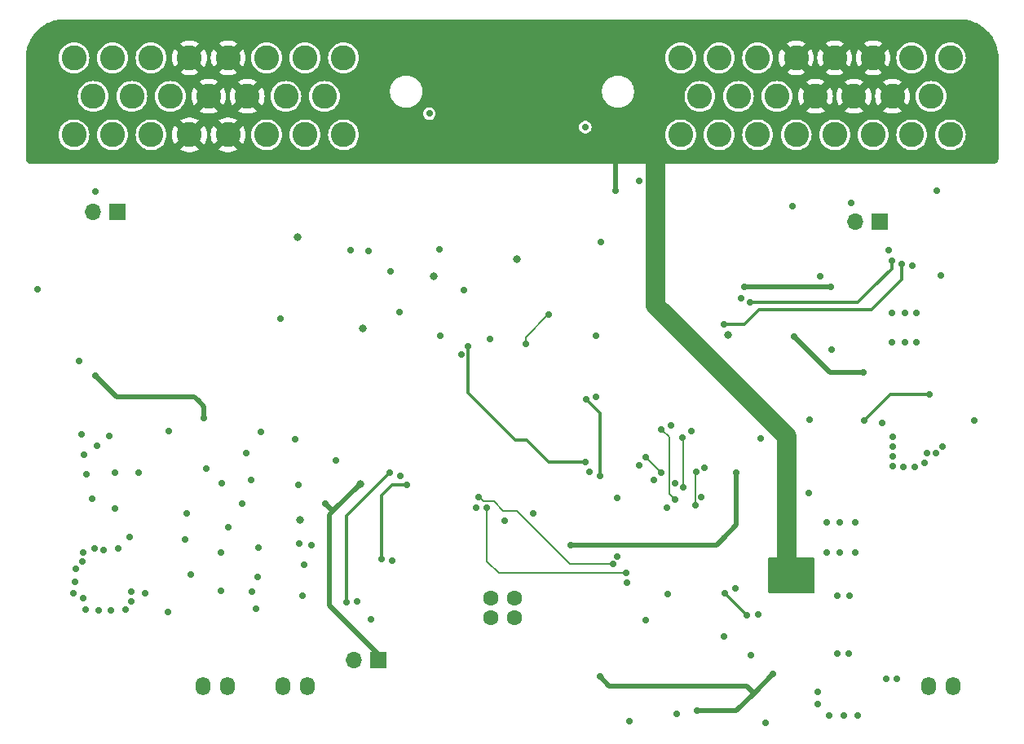
<source format=gbl>
G04 #@! TF.GenerationSoftware,KiCad,Pcbnew,8.0.2*
G04 #@! TF.CreationDate,2025-01-25T00:37:37-07:00*
G04 #@! TF.ProjectId,sdm24logger,73646d32-346c-46f6-9767-65722e6b6963,v3.1*
G04 #@! TF.SameCoordinates,Original*
G04 #@! TF.FileFunction,Copper,L4,Bot*
G04 #@! TF.FilePolarity,Positive*
%FSLAX46Y46*%
G04 Gerber Fmt 4.6, Leading zero omitted, Abs format (unit mm)*
G04 Created by KiCad (PCBNEW 8.0.2) date 2025-01-25 00:37:37*
%MOMM*%
%LPD*%
G01*
G04 APERTURE LIST*
G04 #@! TA.AperFunction,ComponentPad*
%ADD10R,1.700000X1.700000*%
G04 #@! TD*
G04 #@! TA.AperFunction,ComponentPad*
%ADD11O,1.700000X1.700000*%
G04 #@! TD*
G04 #@! TA.AperFunction,ComponentPad*
%ADD12C,2.600000*%
G04 #@! TD*
G04 #@! TA.AperFunction,ComponentPad*
%ADD13O,1.524000X1.924000*%
G04 #@! TD*
G04 #@! TA.AperFunction,ComponentPad*
%ADD14C,1.600000*%
G04 #@! TD*
G04 #@! TA.AperFunction,ViaPad*
%ADD15C,0.700000*%
G04 #@! TD*
G04 #@! TA.AperFunction,ViaPad*
%ADD16C,0.800000*%
G04 #@! TD*
G04 #@! TA.AperFunction,Conductor*
%ADD17C,0.500000*%
G04 #@! TD*
G04 #@! TA.AperFunction,Conductor*
%ADD18C,0.300000*%
G04 #@! TD*
G04 #@! TA.AperFunction,Conductor*
%ADD19C,2.000000*%
G04 #@! TD*
G04 #@! TA.AperFunction,Conductor*
%ADD20C,0.156500*%
G04 #@! TD*
G04 #@! TA.AperFunction,Conductor*
%ADD21C,0.200000*%
G04 #@! TD*
G04 APERTURE END LIST*
D10*
X91475000Y-102000000D03*
D11*
X88935000Y-102000000D03*
D12*
X114999999Y-94000000D03*
X111000000Y-94000000D03*
X107000000Y-94000000D03*
X103000000Y-94000000D03*
X99000001Y-94000000D03*
X95000001Y-94000000D03*
X91000002Y-94000000D03*
X87000002Y-94000000D03*
X113000001Y-90000000D03*
X109000001Y-90000000D03*
X105000001Y-90000000D03*
X101000002Y-90000000D03*
X97000002Y-90000000D03*
X93000003Y-90000000D03*
X89000003Y-90000000D03*
X114999999Y-86000000D03*
X111000000Y-86000000D03*
X107000000Y-86000000D03*
X103000000Y-86000000D03*
X99000001Y-86000000D03*
X95000001Y-86000000D03*
X91000002Y-86000000D03*
X87000002Y-86000000D03*
X177999999Y-94000000D03*
X174000000Y-94000000D03*
X170000000Y-94000000D03*
X166000000Y-94000000D03*
X162000001Y-94000000D03*
X158000001Y-94000000D03*
X154000002Y-94000000D03*
X150000002Y-94000000D03*
X176000001Y-90000000D03*
X172000001Y-90000000D03*
X168000001Y-90000000D03*
X164000002Y-90000000D03*
X160000002Y-90000000D03*
X156000003Y-90000000D03*
X152000003Y-90000000D03*
X177999999Y-86000000D03*
X174000000Y-86000000D03*
X170000000Y-86000000D03*
X166000000Y-86000000D03*
X162000001Y-86000000D03*
X158000001Y-86000000D03*
X154000002Y-86000000D03*
X150000002Y-86000000D03*
D10*
X170640000Y-103000000D03*
D11*
X168100000Y-103000000D03*
D10*
X118575000Y-148600000D03*
D11*
X116035000Y-148600000D03*
D13*
X111270000Y-151270000D03*
X108730000Y-151270000D03*
X102970000Y-151270000D03*
X100430000Y-151270000D03*
D14*
X132760000Y-142160000D03*
X130260000Y-142160000D03*
X130260000Y-144160000D03*
X132760000Y-144160000D03*
D13*
X178270000Y-151270000D03*
X175730000Y-151270000D03*
D15*
X176500000Y-127100000D03*
D16*
X110470000Y-134000000D03*
D15*
X119900000Y-108200000D03*
X110770000Y-141900000D03*
X165700000Y-116300000D03*
X149600000Y-154200000D03*
X148700000Y-141700000D03*
X111670000Y-136600000D03*
X92370000Y-143300000D03*
X170900000Y-123900000D03*
X149427750Y-130227750D03*
X110000000Y-125600000D03*
X94370000Y-141600000D03*
X171960000Y-112540000D03*
X171600000Y-106000000D03*
X92970000Y-142500000D03*
X155650000Y-141100000D03*
X110300000Y-130400000D03*
X124935000Y-105870000D03*
X168100000Y-137400000D03*
X165200000Y-137400000D03*
X175300000Y-128100000D03*
X90870000Y-143400000D03*
X149000000Y-124200000D03*
X102270000Y-141400000D03*
X165200000Y-134300000D03*
X104870000Y-127100000D03*
X143400000Y-131700000D03*
X166950000Y-154300000D03*
X108400000Y-113100000D03*
X106170000Y-136900000D03*
X87070000Y-140400000D03*
X164250000Y-151900000D03*
X174300000Y-128500000D03*
X172450000Y-150500000D03*
X167450000Y-147900000D03*
X177200000Y-126400000D03*
X92770000Y-135800000D03*
X103000000Y-134800000D03*
X105370000Y-129900000D03*
X87870000Y-138300000D03*
X156300000Y-111000000D03*
X105870000Y-143200000D03*
X110870000Y-138700000D03*
X163300000Y-131200000D03*
X102270000Y-137400000D03*
X106400000Y-124900000D03*
X91270000Y-129100000D03*
X117600000Y-106100000D03*
X127480000Y-110170000D03*
X148600000Y-132700000D03*
X88870000Y-131800000D03*
X140510000Y-128980000D03*
X127200000Y-116800000D03*
X92970000Y-141500000D03*
X87170000Y-139100000D03*
X172000000Y-125400000D03*
X161600000Y-101400000D03*
X89570000Y-143400000D03*
X147200000Y-129860280D03*
X152500000Y-128600000D03*
X105470000Y-141500000D03*
X125000000Y-114900000D03*
X163400000Y-123600000D03*
X144700000Y-154900000D03*
X88070000Y-127200000D03*
X120900000Y-129400000D03*
X174460000Y-115540000D03*
X174460000Y-112540000D03*
X172000000Y-128400000D03*
X166250000Y-147900000D03*
X110370000Y-136500000D03*
X86970000Y-141600000D03*
D16*
X110200000Y-104600000D03*
D15*
X98700000Y-133300000D03*
X96870000Y-124800000D03*
X158300000Y-125500000D03*
X157300000Y-148100000D03*
X98500000Y-136000000D03*
X115700000Y-106000000D03*
X151100000Y-124800000D03*
X180500000Y-123700000D03*
X128800000Y-132700000D03*
X134700000Y-133300000D03*
X96770000Y-143600000D03*
X165450000Y-154300000D03*
X83200000Y-110035000D03*
X168100000Y-134300000D03*
X154500000Y-146100000D03*
X116400000Y-142500000D03*
X166250000Y-141900000D03*
X172000000Y-126400000D03*
X106070000Y-139900000D03*
X87970000Y-142100000D03*
X91270000Y-132800000D03*
X141200000Y-114900000D03*
X87770000Y-125100000D03*
X89200000Y-99900000D03*
X146400000Y-144400000D03*
X114200000Y-127800000D03*
X102370000Y-130200000D03*
D16*
X124400000Y-108700000D03*
D15*
X87500000Y-117535000D03*
X90070000Y-137100000D03*
X130200000Y-115200000D03*
X99100000Y-139700000D03*
D16*
X133000000Y-106900000D03*
D15*
X91570000Y-137000000D03*
X90670000Y-125300000D03*
X175600000Y-127100000D03*
X168350000Y-154300000D03*
X88270000Y-129300000D03*
X176600000Y-99800000D03*
X117800000Y-144300000D03*
X166500000Y-134300000D03*
X87970000Y-137400000D03*
X123900000Y-91800000D03*
X120000000Y-138200000D03*
X167700000Y-101100000D03*
X177000000Y-108600000D03*
D16*
X117000000Y-114100000D03*
D15*
X158050000Y-143840000D03*
X89170000Y-137000000D03*
X164500000Y-108700000D03*
X141725000Y-105165000D03*
X158800000Y-155100000D03*
X172000000Y-127400000D03*
X144400000Y-140500000D03*
X88170000Y-143300000D03*
X145700000Y-128300000D03*
X173100000Y-128500000D03*
X166500000Y-137400000D03*
X171960000Y-115540000D03*
X104470000Y-132300000D03*
X167500000Y-141900000D03*
X140100000Y-93200000D03*
X100770000Y-128700000D03*
X174100000Y-107600000D03*
X143402270Y-137795461D03*
X93670000Y-129100000D03*
X131700000Y-134100000D03*
X171350000Y-150500000D03*
X173260000Y-112540000D03*
X152127750Y-131600000D03*
X173260000Y-115540000D03*
X120800000Y-112400000D03*
X141200000Y-121200000D03*
X164250000Y-153100000D03*
X145700000Y-98800000D03*
D16*
X154900000Y-114800000D03*
D15*
X89370000Y-126300000D03*
X165600000Y-109800000D03*
X156600000Y-109800000D03*
X89200000Y-119000000D03*
X113100000Y-132300000D03*
X151700000Y-153800000D03*
D16*
X116700000Y-130300000D03*
D15*
X141600000Y-150300000D03*
X100500000Y-123400000D03*
X159600000Y-150000000D03*
X140100000Y-128000000D03*
X127900000Y-116000000D03*
X161750000Y-114950000D03*
X169000000Y-118700000D03*
X138600000Y-136600000D03*
X155800000Y-129100000D03*
X161000000Y-139750000D03*
X161000000Y-138750000D03*
X163000000Y-138750000D03*
X160000000Y-140750000D03*
X160000000Y-138750000D03*
X162000000Y-140750000D03*
X163000000Y-139750000D03*
X161000000Y-140750000D03*
X163000000Y-140750000D03*
X160000000Y-139750000D03*
X162000000Y-138750000D03*
X143200000Y-99800000D03*
X162000000Y-139750000D03*
X141600000Y-129400000D03*
X140200000Y-121500000D03*
X156900000Y-143900000D03*
X154600000Y-141600000D03*
X115300000Y-142600000D03*
X119800000Y-129100000D03*
X143000000Y-138600000D03*
X129000000Y-131600000D03*
X144300000Y-139500000D03*
X129900000Y-132700000D03*
X146400000Y-127500000D03*
X148000000Y-129100000D03*
X151600000Y-129000000D03*
X151500000Y-132500000D03*
X149400000Y-131900000D03*
X148000000Y-124600000D03*
X150300000Y-130600000D03*
X150150000Y-125450000D03*
X136300000Y-112700000D03*
X133900000Y-115700000D03*
X118900000Y-138100000D03*
X121600000Y-130400000D03*
X173000000Y-107400000D03*
X154500000Y-113700000D03*
X171900000Y-107100000D03*
X157200000Y-111400000D03*
X169100000Y-123700000D03*
X175800000Y-121000000D03*
D17*
X118575000Y-147975000D02*
X118575000Y-148600000D01*
X155800000Y-153800000D02*
X157600000Y-152000000D01*
X116700000Y-130300000D02*
X113900000Y-133100000D01*
X113500000Y-133500000D02*
X113500000Y-142900000D01*
X113900000Y-133100000D02*
X113100000Y-132300000D01*
X113500000Y-142900000D02*
X118575000Y-147975000D01*
X156900000Y-151300000D02*
X157600000Y-152000000D01*
X97800000Y-121200000D02*
X99500000Y-121200000D01*
X141600000Y-150300000D02*
X142600000Y-151300000D01*
X99500000Y-121200000D02*
X99900000Y-121600000D01*
X151700000Y-153800000D02*
X155800000Y-153800000D01*
X100500000Y-122200000D02*
X100500000Y-123400000D01*
X91400000Y-121200000D02*
X97800000Y-121200000D01*
X89200000Y-119000000D02*
X91400000Y-121200000D01*
X113900000Y-133100000D02*
X113500000Y-133500000D01*
X142600000Y-151300000D02*
X156900000Y-151300000D01*
X99900000Y-121600000D02*
X100500000Y-122200000D01*
X156600000Y-109800000D02*
X165600000Y-109800000D01*
X157600000Y-152000000D02*
X159600000Y-150000000D01*
D18*
X136300000Y-128000000D02*
X140100000Y-128000000D01*
X134000000Y-125700000D02*
X136300000Y-128000000D01*
X132800000Y-125700000D02*
X134000000Y-125700000D01*
X127900000Y-116000000D02*
X127900000Y-120800000D01*
X127900000Y-120800000D02*
X132800000Y-125700000D01*
D17*
X165500000Y-118700000D02*
X169000000Y-118700000D01*
X161750000Y-114950000D02*
X165500000Y-118700000D01*
X155800000Y-134500000D02*
X155800000Y-129100000D01*
X154300000Y-136000000D02*
X154500000Y-135800000D01*
X153700000Y-136600000D02*
X154300000Y-136000000D01*
X138600000Y-136600000D02*
X153700000Y-136600000D01*
X154300000Y-136000000D02*
X155800000Y-134500000D01*
X143200000Y-99800000D02*
X143200000Y-96300000D01*
D19*
X161000000Y-138750000D02*
X161000000Y-125300000D01*
X147400000Y-111700000D02*
X147400000Y-95500000D01*
X161000000Y-125300000D02*
X147400000Y-111700000D01*
D18*
X141600000Y-122900000D02*
X140200000Y-121500000D01*
X141600000Y-129400000D02*
X141600000Y-122900000D01*
X154600000Y-141600000D02*
X156900000Y-143900000D01*
X119800000Y-129100000D02*
X115300000Y-133600000D01*
X115300000Y-133600000D02*
X115300000Y-142600000D01*
D20*
X129500000Y-132100000D02*
X129700000Y-132100000D01*
X138500000Y-138600000D02*
X143000000Y-138600000D01*
X129000000Y-131600000D02*
X129500000Y-132100000D01*
X130588480Y-132100000D02*
X131588480Y-133100000D01*
X133000000Y-133100000D02*
X138500000Y-138600000D01*
X129700000Y-132100000D02*
X130588480Y-132100000D01*
X131588480Y-133100000D02*
X133000000Y-133100000D01*
X131100000Y-139500000D02*
X129900000Y-138300000D01*
X144300000Y-139500000D02*
X131100000Y-139500000D01*
X129900000Y-138300000D02*
X129900000Y-132700000D01*
X148000000Y-129100000D02*
X146400000Y-127500000D01*
X151500000Y-132500000D02*
X151500000Y-129100000D01*
X151500000Y-129100000D02*
X151600000Y-129000000D01*
X148800000Y-125400000D02*
X148000000Y-124600000D01*
X148800000Y-131300000D02*
X148800000Y-125400000D01*
X149400000Y-131900000D02*
X148800000Y-131300000D01*
X150300000Y-130600000D02*
X150300000Y-125600000D01*
X150300000Y-125600000D02*
X150150000Y-125450000D01*
D21*
X136200000Y-112700000D02*
X136300000Y-112700000D01*
X133900000Y-115700000D02*
X133900000Y-115000000D01*
X133900000Y-115000000D02*
X136200000Y-112700000D01*
D18*
X118900000Y-138100000D02*
X118900000Y-131500000D01*
X120000000Y-130400000D02*
X121600000Y-130400000D01*
X118900000Y-131500000D02*
X120000000Y-130400000D01*
X173000000Y-109000000D02*
X173000000Y-107400000D01*
X156600000Y-113700000D02*
X158100000Y-112200000D01*
X154500000Y-113700000D02*
X156600000Y-113700000D01*
X158100000Y-112200000D02*
X169800000Y-112200000D01*
X169800000Y-112200000D02*
X173000000Y-109000000D01*
X168400000Y-111400000D02*
X170000000Y-109800000D01*
X171900000Y-107900000D02*
X171900000Y-107100000D01*
X170000000Y-109800000D02*
X171900000Y-107900000D01*
X157200000Y-111400000D02*
X168400000Y-111400000D01*
X171800000Y-121000000D02*
X175800000Y-121000000D01*
X169100000Y-123700000D02*
X171800000Y-121000000D01*
G04 #@! TA.AperFunction,Conductor*
G36*
X178999962Y-82000008D02*
G01*
X179000062Y-82000009D01*
X179002725Y-82000034D01*
X179003064Y-82000137D01*
X179003066Y-82000038D01*
X179173596Y-82002129D01*
X179176257Y-82002191D01*
X179180495Y-82002334D01*
X179193708Y-82002780D01*
X179198968Y-82003070D01*
X179216517Y-82004418D01*
X179219057Y-82004641D01*
X179561343Y-82038353D01*
X179564330Y-82038685D01*
X179584175Y-82041133D01*
X179590195Y-82042026D01*
X179609886Y-82045443D01*
X179612863Y-82045997D01*
X179946931Y-82112447D01*
X179949824Y-82113059D01*
X179969402Y-82117455D01*
X179975284Y-82118930D01*
X179994541Y-82124259D01*
X179997452Y-82125102D01*
X180323456Y-82223995D01*
X180326286Y-82224892D01*
X180345306Y-82231175D01*
X180350993Y-82233210D01*
X180369642Y-82240404D01*
X180372444Y-82241524D01*
X180687164Y-82371885D01*
X180689910Y-82373062D01*
X180708249Y-82381190D01*
X180713694Y-82383766D01*
X180730130Y-82392040D01*
X180731565Y-82392762D01*
X180734261Y-82394161D01*
X181034680Y-82554738D01*
X181037252Y-82556154D01*
X181054698Y-82566036D01*
X181059897Y-82569153D01*
X181076836Y-82579880D01*
X181079293Y-82581478D01*
X181362548Y-82770743D01*
X181365055Y-82772463D01*
X181381393Y-82783969D01*
X181386264Y-82787581D01*
X181402045Y-82799897D01*
X181404381Y-82801767D01*
X181667698Y-83017865D01*
X181670022Y-83019821D01*
X181685159Y-83032878D01*
X181689631Y-83036931D01*
X181704160Y-83050763D01*
X181706298Y-83052850D01*
X181947149Y-83293701D01*
X181949237Y-83295840D01*
X181963066Y-83310366D01*
X181967132Y-83314852D01*
X181980176Y-83329974D01*
X181982134Y-83332301D01*
X182198232Y-83595618D01*
X182200110Y-83597964D01*
X182212413Y-83613729D01*
X182216030Y-83618606D01*
X182227536Y-83634944D01*
X182229256Y-83637451D01*
X182418507Y-83920686D01*
X182420147Y-83923206D01*
X182430846Y-83940102D01*
X182433969Y-83945313D01*
X182443830Y-83962719D01*
X182445275Y-83965346D01*
X182605838Y-84265738D01*
X182607237Y-84268434D01*
X182616222Y-84286282D01*
X182618817Y-84291768D01*
X182626918Y-84310044D01*
X182628114Y-84312835D01*
X182758466Y-84627533D01*
X182759595Y-84630357D01*
X182766784Y-84648993D01*
X182768836Y-84654727D01*
X182775092Y-84673665D01*
X182776011Y-84676565D01*
X182874893Y-85002535D01*
X182875740Y-85005458D01*
X182881069Y-85024715D01*
X182882548Y-85030616D01*
X182886925Y-85050106D01*
X182887555Y-85053086D01*
X182953999Y-85387123D01*
X182954556Y-85390113D01*
X182957973Y-85409804D01*
X182958866Y-85415824D01*
X182961314Y-85435669D01*
X182961650Y-85438696D01*
X182995353Y-85780887D01*
X182995586Y-85783542D01*
X182996927Y-85800996D01*
X182997220Y-85806314D01*
X182997808Y-85823742D01*
X182997870Y-85826402D01*
X182999962Y-85996933D01*
X182999965Y-85997276D01*
X182999987Y-85999592D01*
X182999992Y-86000392D01*
X182999999Y-86002689D01*
X183000000Y-86003067D01*
X183000000Y-96491874D01*
X182998939Y-96508060D01*
X182985093Y-96613224D01*
X182976715Y-96644491D01*
X182939259Y-96734918D01*
X182923074Y-96762951D01*
X182863491Y-96840601D01*
X182840601Y-96863491D01*
X182762951Y-96923074D01*
X182734918Y-96939259D01*
X182644491Y-96976715D01*
X182613224Y-96985093D01*
X182519398Y-96997446D01*
X182508058Y-96998939D01*
X182491874Y-97000000D01*
X82508126Y-97000000D01*
X82491941Y-96998939D01*
X82478917Y-96997224D01*
X82386775Y-96985093D01*
X82355508Y-96976715D01*
X82265081Y-96939259D01*
X82237048Y-96923074D01*
X82159398Y-96863491D01*
X82136508Y-96840601D01*
X82076925Y-96762951D01*
X82060740Y-96734918D01*
X82023284Y-96644491D01*
X82014906Y-96613223D01*
X82001061Y-96508059D01*
X82000000Y-96491874D01*
X82000000Y-94000000D01*
X85394553Y-94000000D01*
X85414319Y-94251151D01*
X85473128Y-94496110D01*
X85569535Y-94728859D01*
X85701162Y-94943653D01*
X85701163Y-94943656D01*
X85756606Y-95008571D01*
X85864778Y-95135224D01*
X86013068Y-95261875D01*
X86056345Y-95298838D01*
X86056348Y-95298839D01*
X86271142Y-95430466D01*
X86498645Y-95524700D01*
X86503891Y-95526873D01*
X86748854Y-95585683D01*
X87000002Y-95605449D01*
X87251150Y-95585683D01*
X87496113Y-95526873D01*
X87728861Y-95430466D01*
X87943661Y-95298836D01*
X88135226Y-95135224D01*
X88298838Y-94943659D01*
X88430468Y-94728859D01*
X88526875Y-94496111D01*
X88585685Y-94251148D01*
X88605451Y-94000000D01*
X89394553Y-94000000D01*
X89414319Y-94251151D01*
X89473128Y-94496110D01*
X89569535Y-94728859D01*
X89701162Y-94943653D01*
X89701163Y-94943656D01*
X89756606Y-95008571D01*
X89864778Y-95135224D01*
X90013068Y-95261875D01*
X90056345Y-95298838D01*
X90056348Y-95298839D01*
X90271142Y-95430466D01*
X90498645Y-95524700D01*
X90503891Y-95526873D01*
X90748854Y-95585683D01*
X91000002Y-95605449D01*
X91251150Y-95585683D01*
X91496113Y-95526873D01*
X91728861Y-95430466D01*
X91943661Y-95298836D01*
X92135226Y-95135224D01*
X92298838Y-94943659D01*
X92430468Y-94728859D01*
X92526875Y-94496111D01*
X92585685Y-94251148D01*
X92605451Y-94000000D01*
X93394552Y-94000000D01*
X93414318Y-94251151D01*
X93473127Y-94496110D01*
X93569534Y-94728859D01*
X93701161Y-94943653D01*
X93701162Y-94943656D01*
X93756605Y-95008571D01*
X93864777Y-95135224D01*
X94013067Y-95261875D01*
X94056344Y-95298838D01*
X94056347Y-95298839D01*
X94271141Y-95430466D01*
X94498644Y-95524700D01*
X94503890Y-95526873D01*
X94748853Y-95585683D01*
X95000001Y-95605449D01*
X95251149Y-95585683D01*
X95496112Y-95526873D01*
X95728860Y-95430466D01*
X95943660Y-95298836D01*
X96135225Y-95135224D01*
X96298837Y-94943659D01*
X96430467Y-94728859D01*
X96526874Y-94496111D01*
X96585684Y-94251148D01*
X96605450Y-94000000D01*
X96605450Y-93999995D01*
X97194954Y-93999995D01*
X97194954Y-94000004D01*
X97215114Y-94269026D01*
X97215114Y-94269028D01*
X97275143Y-94532033D01*
X97275149Y-94532052D01*
X97373710Y-94783181D01*
X97475254Y-94959060D01*
X98163624Y-94270690D01*
X98223434Y-94415084D01*
X98319334Y-94558609D01*
X98441392Y-94680667D01*
X98584917Y-94776567D01*
X98729309Y-94836375D01*
X98040984Y-95524700D01*
X98097477Y-95563216D01*
X98097486Y-95563221D01*
X98340540Y-95680269D01*
X98340538Y-95680269D01*
X98598338Y-95759790D01*
X98598344Y-95759792D01*
X98865102Y-95799999D01*
X98865111Y-95800000D01*
X99134891Y-95800000D01*
X99134899Y-95799999D01*
X99401657Y-95759792D01*
X99401663Y-95759790D01*
X99659462Y-95680269D01*
X99902522Y-95563218D01*
X99959016Y-95524700D01*
X99270692Y-94836375D01*
X99415085Y-94776567D01*
X99558610Y-94680667D01*
X99680668Y-94558609D01*
X99776568Y-94415084D01*
X99836377Y-94270691D01*
X100524746Y-94959060D01*
X100524747Y-94959060D01*
X100626291Y-94783182D01*
X100626294Y-94783175D01*
X100724852Y-94532052D01*
X100724858Y-94532033D01*
X100784887Y-94269028D01*
X100784887Y-94269026D01*
X100805048Y-94000004D01*
X100805048Y-93999995D01*
X101194953Y-93999995D01*
X101194953Y-94000004D01*
X101215113Y-94269026D01*
X101215113Y-94269028D01*
X101275142Y-94532033D01*
X101275148Y-94532052D01*
X101373709Y-94783181D01*
X101475253Y-94959060D01*
X102163623Y-94270690D01*
X102223433Y-94415084D01*
X102319333Y-94558609D01*
X102441391Y-94680667D01*
X102584916Y-94776567D01*
X102729308Y-94836375D01*
X102040983Y-95524700D01*
X102097476Y-95563216D01*
X102097485Y-95563221D01*
X102340539Y-95680269D01*
X102340537Y-95680269D01*
X102598337Y-95759790D01*
X102598343Y-95759792D01*
X102865101Y-95799999D01*
X102865110Y-95800000D01*
X103134890Y-95800000D01*
X103134898Y-95799999D01*
X103401656Y-95759792D01*
X103401662Y-95759790D01*
X103659461Y-95680269D01*
X103902521Y-95563218D01*
X103959015Y-95524700D01*
X103270691Y-94836375D01*
X103415084Y-94776567D01*
X103558609Y-94680667D01*
X103680667Y-94558609D01*
X103776567Y-94415084D01*
X103836376Y-94270691D01*
X104524745Y-94959060D01*
X104524746Y-94959060D01*
X104626290Y-94783182D01*
X104626293Y-94783175D01*
X104724851Y-94532052D01*
X104724857Y-94532033D01*
X104784886Y-94269028D01*
X104784886Y-94269026D01*
X104805047Y-94000004D01*
X104805047Y-94000000D01*
X105394551Y-94000000D01*
X105414317Y-94251151D01*
X105473126Y-94496110D01*
X105569533Y-94728859D01*
X105701160Y-94943653D01*
X105701161Y-94943656D01*
X105756604Y-95008571D01*
X105864776Y-95135224D01*
X106013066Y-95261875D01*
X106056343Y-95298838D01*
X106056346Y-95298839D01*
X106271140Y-95430466D01*
X106498643Y-95524700D01*
X106503889Y-95526873D01*
X106748852Y-95585683D01*
X107000000Y-95605449D01*
X107251148Y-95585683D01*
X107496111Y-95526873D01*
X107728859Y-95430466D01*
X107943659Y-95298836D01*
X108135224Y-95135224D01*
X108298836Y-94943659D01*
X108430466Y-94728859D01*
X108526873Y-94496111D01*
X108585683Y-94251148D01*
X108605449Y-94000000D01*
X109394551Y-94000000D01*
X109414317Y-94251151D01*
X109473126Y-94496110D01*
X109569533Y-94728859D01*
X109701160Y-94943653D01*
X109701161Y-94943656D01*
X109756604Y-95008571D01*
X109864776Y-95135224D01*
X110013066Y-95261875D01*
X110056343Y-95298838D01*
X110056346Y-95298839D01*
X110271140Y-95430466D01*
X110498643Y-95524700D01*
X110503889Y-95526873D01*
X110748852Y-95585683D01*
X111000000Y-95605449D01*
X111251148Y-95585683D01*
X111496111Y-95526873D01*
X111728859Y-95430466D01*
X111943659Y-95298836D01*
X112135224Y-95135224D01*
X112298836Y-94943659D01*
X112430466Y-94728859D01*
X112526873Y-94496111D01*
X112585683Y-94251148D01*
X112605449Y-94000000D01*
X113394550Y-94000000D01*
X113414316Y-94251151D01*
X113473125Y-94496110D01*
X113569532Y-94728859D01*
X113701159Y-94943653D01*
X113701160Y-94943656D01*
X113756603Y-95008571D01*
X113864775Y-95135224D01*
X114013065Y-95261875D01*
X114056342Y-95298838D01*
X114056345Y-95298839D01*
X114271139Y-95430466D01*
X114498642Y-95524700D01*
X114503888Y-95526873D01*
X114748851Y-95585683D01*
X114999999Y-95605449D01*
X115251147Y-95585683D01*
X115496110Y-95526873D01*
X115728858Y-95430466D01*
X115943658Y-95298836D01*
X116135223Y-95135224D01*
X116298835Y-94943659D01*
X116430465Y-94728859D01*
X116526872Y-94496111D01*
X116585682Y-94251148D01*
X116605448Y-94000000D01*
X148394553Y-94000000D01*
X148414319Y-94251151D01*
X148473128Y-94496110D01*
X148569535Y-94728859D01*
X148701162Y-94943653D01*
X148701163Y-94943656D01*
X148756606Y-95008571D01*
X148864778Y-95135224D01*
X149013068Y-95261875D01*
X149056345Y-95298838D01*
X149056348Y-95298839D01*
X149271142Y-95430466D01*
X149498645Y-95524700D01*
X149503891Y-95526873D01*
X149748854Y-95585683D01*
X150000002Y-95605449D01*
X150251150Y-95585683D01*
X150496113Y-95526873D01*
X150728861Y-95430466D01*
X150943661Y-95298836D01*
X151135226Y-95135224D01*
X151298838Y-94943659D01*
X151430468Y-94728859D01*
X151526875Y-94496111D01*
X151585685Y-94251148D01*
X151605451Y-94000000D01*
X152394553Y-94000000D01*
X152414319Y-94251151D01*
X152473128Y-94496110D01*
X152569535Y-94728859D01*
X152701162Y-94943653D01*
X152701163Y-94943656D01*
X152756606Y-95008571D01*
X152864778Y-95135224D01*
X153013068Y-95261875D01*
X153056345Y-95298838D01*
X153056348Y-95298839D01*
X153271142Y-95430466D01*
X153498645Y-95524700D01*
X153503891Y-95526873D01*
X153748854Y-95585683D01*
X154000002Y-95605449D01*
X154251150Y-95585683D01*
X154496113Y-95526873D01*
X154728861Y-95430466D01*
X154943661Y-95298836D01*
X155135226Y-95135224D01*
X155298838Y-94943659D01*
X155430468Y-94728859D01*
X155526875Y-94496111D01*
X155585685Y-94251148D01*
X155605451Y-94000000D01*
X156394552Y-94000000D01*
X156414318Y-94251151D01*
X156473127Y-94496110D01*
X156569534Y-94728859D01*
X156701161Y-94943653D01*
X156701162Y-94943656D01*
X156756605Y-95008571D01*
X156864777Y-95135224D01*
X157013067Y-95261875D01*
X157056344Y-95298838D01*
X157056347Y-95298839D01*
X157271141Y-95430466D01*
X157498644Y-95524700D01*
X157503890Y-95526873D01*
X157748853Y-95585683D01*
X158000001Y-95605449D01*
X158251149Y-95585683D01*
X158496112Y-95526873D01*
X158728860Y-95430466D01*
X158943660Y-95298836D01*
X159135225Y-95135224D01*
X159298837Y-94943659D01*
X159430467Y-94728859D01*
X159526874Y-94496111D01*
X159585684Y-94251148D01*
X159605450Y-94000000D01*
X160394552Y-94000000D01*
X160414318Y-94251151D01*
X160473127Y-94496110D01*
X160569534Y-94728859D01*
X160701161Y-94943653D01*
X160701162Y-94943656D01*
X160756605Y-95008571D01*
X160864777Y-95135224D01*
X161013067Y-95261875D01*
X161056344Y-95298838D01*
X161056347Y-95298839D01*
X161271141Y-95430466D01*
X161498644Y-95524700D01*
X161503890Y-95526873D01*
X161748853Y-95585683D01*
X162000001Y-95605449D01*
X162251149Y-95585683D01*
X162496112Y-95526873D01*
X162728860Y-95430466D01*
X162943660Y-95298836D01*
X163135225Y-95135224D01*
X163298837Y-94943659D01*
X163430467Y-94728859D01*
X163526874Y-94496111D01*
X163585684Y-94251148D01*
X163605450Y-94000000D01*
X164394551Y-94000000D01*
X164414317Y-94251151D01*
X164473126Y-94496110D01*
X164569533Y-94728859D01*
X164701160Y-94943653D01*
X164701161Y-94943656D01*
X164756604Y-95008571D01*
X164864776Y-95135224D01*
X165013066Y-95261875D01*
X165056343Y-95298838D01*
X165056346Y-95298839D01*
X165271140Y-95430466D01*
X165498643Y-95524700D01*
X165503889Y-95526873D01*
X165748852Y-95585683D01*
X166000000Y-95605449D01*
X166251148Y-95585683D01*
X166496111Y-95526873D01*
X166728859Y-95430466D01*
X166943659Y-95298836D01*
X167135224Y-95135224D01*
X167298836Y-94943659D01*
X167430466Y-94728859D01*
X167526873Y-94496111D01*
X167585683Y-94251148D01*
X167605449Y-94000000D01*
X168394551Y-94000000D01*
X168414317Y-94251151D01*
X168473126Y-94496110D01*
X168569533Y-94728859D01*
X168701160Y-94943653D01*
X168701161Y-94943656D01*
X168756604Y-95008571D01*
X168864776Y-95135224D01*
X169013066Y-95261875D01*
X169056343Y-95298838D01*
X169056346Y-95298839D01*
X169271140Y-95430466D01*
X169498643Y-95524700D01*
X169503889Y-95526873D01*
X169748852Y-95585683D01*
X170000000Y-95605449D01*
X170251148Y-95585683D01*
X170496111Y-95526873D01*
X170728859Y-95430466D01*
X170943659Y-95298836D01*
X171135224Y-95135224D01*
X171298836Y-94943659D01*
X171430466Y-94728859D01*
X171526873Y-94496111D01*
X171585683Y-94251148D01*
X171605449Y-94000000D01*
X172394551Y-94000000D01*
X172414317Y-94251151D01*
X172473126Y-94496110D01*
X172569533Y-94728859D01*
X172701160Y-94943653D01*
X172701161Y-94943656D01*
X172756604Y-95008571D01*
X172864776Y-95135224D01*
X173013066Y-95261875D01*
X173056343Y-95298838D01*
X173056346Y-95298839D01*
X173271140Y-95430466D01*
X173498643Y-95524700D01*
X173503889Y-95526873D01*
X173748852Y-95585683D01*
X174000000Y-95605449D01*
X174251148Y-95585683D01*
X174496111Y-95526873D01*
X174728859Y-95430466D01*
X174943659Y-95298836D01*
X175135224Y-95135224D01*
X175298836Y-94943659D01*
X175430466Y-94728859D01*
X175526873Y-94496111D01*
X175585683Y-94251148D01*
X175605449Y-94000000D01*
X176394550Y-94000000D01*
X176414316Y-94251151D01*
X176473125Y-94496110D01*
X176569532Y-94728859D01*
X176701159Y-94943653D01*
X176701160Y-94943656D01*
X176756603Y-95008571D01*
X176864775Y-95135224D01*
X177013065Y-95261875D01*
X177056342Y-95298838D01*
X177056345Y-95298839D01*
X177271139Y-95430466D01*
X177498642Y-95524700D01*
X177503888Y-95526873D01*
X177748851Y-95585683D01*
X177999999Y-95605449D01*
X178251147Y-95585683D01*
X178496110Y-95526873D01*
X178728858Y-95430466D01*
X178943658Y-95298836D01*
X179135223Y-95135224D01*
X179298835Y-94943659D01*
X179430465Y-94728859D01*
X179526872Y-94496111D01*
X179585682Y-94251148D01*
X179605448Y-94000000D01*
X179585682Y-93748852D01*
X179526872Y-93503889D01*
X179498053Y-93434314D01*
X179430465Y-93271140D01*
X179298838Y-93056346D01*
X179298837Y-93056343D01*
X179261874Y-93013066D01*
X179135223Y-92864776D01*
X179008570Y-92756604D01*
X178943655Y-92701161D01*
X178943652Y-92701160D01*
X178728858Y-92569533D01*
X178496109Y-92473126D01*
X178251150Y-92414317D01*
X177999999Y-92394551D01*
X177748847Y-92414317D01*
X177503888Y-92473126D01*
X177271139Y-92569533D01*
X177056345Y-92701160D01*
X177056342Y-92701161D01*
X176864775Y-92864776D01*
X176701160Y-93056343D01*
X176701159Y-93056346D01*
X176569532Y-93271140D01*
X176473125Y-93503889D01*
X176414316Y-93748848D01*
X176394550Y-94000000D01*
X175605449Y-94000000D01*
X175585683Y-93748852D01*
X175526873Y-93503889D01*
X175498054Y-93434314D01*
X175430466Y-93271140D01*
X175298839Y-93056346D01*
X175298838Y-93056343D01*
X175261875Y-93013066D01*
X175135224Y-92864776D01*
X175008571Y-92756604D01*
X174943656Y-92701161D01*
X174943653Y-92701160D01*
X174728859Y-92569533D01*
X174496110Y-92473126D01*
X174251151Y-92414317D01*
X174000000Y-92394551D01*
X173748848Y-92414317D01*
X173503889Y-92473126D01*
X173271140Y-92569533D01*
X173056346Y-92701160D01*
X173056343Y-92701161D01*
X172864776Y-92864776D01*
X172701161Y-93056343D01*
X172701160Y-93056346D01*
X172569533Y-93271140D01*
X172473126Y-93503889D01*
X172414317Y-93748848D01*
X172394551Y-94000000D01*
X171605449Y-94000000D01*
X171585683Y-93748852D01*
X171526873Y-93503889D01*
X171498054Y-93434314D01*
X171430466Y-93271140D01*
X171298839Y-93056346D01*
X171298838Y-93056343D01*
X171261875Y-93013066D01*
X171135224Y-92864776D01*
X171008571Y-92756604D01*
X170943656Y-92701161D01*
X170943653Y-92701160D01*
X170728859Y-92569533D01*
X170496110Y-92473126D01*
X170251151Y-92414317D01*
X170000000Y-92394551D01*
X169748848Y-92414317D01*
X169503889Y-92473126D01*
X169271140Y-92569533D01*
X169056346Y-92701160D01*
X169056343Y-92701161D01*
X168864776Y-92864776D01*
X168701161Y-93056343D01*
X168701160Y-93056346D01*
X168569533Y-93271140D01*
X168473126Y-93503889D01*
X168414317Y-93748848D01*
X168394551Y-94000000D01*
X167605449Y-94000000D01*
X167585683Y-93748852D01*
X167526873Y-93503889D01*
X167498054Y-93434314D01*
X167430466Y-93271140D01*
X167298839Y-93056346D01*
X167298838Y-93056343D01*
X167261875Y-93013066D01*
X167135224Y-92864776D01*
X167008571Y-92756604D01*
X166943656Y-92701161D01*
X166943653Y-92701160D01*
X166728859Y-92569533D01*
X166496110Y-92473126D01*
X166251151Y-92414317D01*
X166000000Y-92394551D01*
X165748848Y-92414317D01*
X165503889Y-92473126D01*
X165271140Y-92569533D01*
X165056346Y-92701160D01*
X165056343Y-92701161D01*
X164864776Y-92864776D01*
X164701161Y-93056343D01*
X164701160Y-93056346D01*
X164569533Y-93271140D01*
X164473126Y-93503889D01*
X164414317Y-93748848D01*
X164394551Y-94000000D01*
X163605450Y-94000000D01*
X163585684Y-93748852D01*
X163526874Y-93503889D01*
X163498055Y-93434314D01*
X163430467Y-93271140D01*
X163298840Y-93056346D01*
X163298839Y-93056343D01*
X163261876Y-93013066D01*
X163135225Y-92864776D01*
X163008572Y-92756604D01*
X162943657Y-92701161D01*
X162943654Y-92701160D01*
X162728860Y-92569533D01*
X162496111Y-92473126D01*
X162251152Y-92414317D01*
X162000001Y-92394551D01*
X161748849Y-92414317D01*
X161503890Y-92473126D01*
X161271141Y-92569533D01*
X161056347Y-92701160D01*
X161056344Y-92701161D01*
X160864777Y-92864776D01*
X160701162Y-93056343D01*
X160701161Y-93056346D01*
X160569534Y-93271140D01*
X160473127Y-93503889D01*
X160414318Y-93748848D01*
X160394552Y-94000000D01*
X159605450Y-94000000D01*
X159585684Y-93748852D01*
X159526874Y-93503889D01*
X159498055Y-93434314D01*
X159430467Y-93271140D01*
X159298840Y-93056346D01*
X159298839Y-93056343D01*
X159261876Y-93013066D01*
X159135225Y-92864776D01*
X159008572Y-92756604D01*
X158943657Y-92701161D01*
X158943654Y-92701160D01*
X158728860Y-92569533D01*
X158496111Y-92473126D01*
X158251152Y-92414317D01*
X158000001Y-92394551D01*
X157748849Y-92414317D01*
X157503890Y-92473126D01*
X157271141Y-92569533D01*
X157056347Y-92701160D01*
X157056344Y-92701161D01*
X156864777Y-92864776D01*
X156701162Y-93056343D01*
X156701161Y-93056346D01*
X156569534Y-93271140D01*
X156473127Y-93503889D01*
X156414318Y-93748848D01*
X156394552Y-94000000D01*
X155605451Y-94000000D01*
X155585685Y-93748852D01*
X155526875Y-93503889D01*
X155498056Y-93434314D01*
X155430468Y-93271140D01*
X155298841Y-93056346D01*
X155298840Y-93056343D01*
X155261877Y-93013066D01*
X155135226Y-92864776D01*
X155008573Y-92756604D01*
X154943658Y-92701161D01*
X154943655Y-92701160D01*
X154728861Y-92569533D01*
X154496112Y-92473126D01*
X154251153Y-92414317D01*
X154000002Y-92394551D01*
X153748850Y-92414317D01*
X153503891Y-92473126D01*
X153271142Y-92569533D01*
X153056348Y-92701160D01*
X153056345Y-92701161D01*
X152864778Y-92864776D01*
X152701163Y-93056343D01*
X152701162Y-93056346D01*
X152569535Y-93271140D01*
X152473128Y-93503889D01*
X152414319Y-93748848D01*
X152394553Y-94000000D01*
X151605451Y-94000000D01*
X151585685Y-93748852D01*
X151526875Y-93503889D01*
X151498056Y-93434314D01*
X151430468Y-93271140D01*
X151298841Y-93056346D01*
X151298840Y-93056343D01*
X151261877Y-93013066D01*
X151135226Y-92864776D01*
X151008573Y-92756604D01*
X150943658Y-92701161D01*
X150943655Y-92701160D01*
X150728861Y-92569533D01*
X150496112Y-92473126D01*
X150251153Y-92414317D01*
X150000002Y-92394551D01*
X149748850Y-92414317D01*
X149503891Y-92473126D01*
X149271142Y-92569533D01*
X149056348Y-92701160D01*
X149056345Y-92701161D01*
X148864778Y-92864776D01*
X148701163Y-93056343D01*
X148701162Y-93056346D01*
X148569535Y-93271140D01*
X148473128Y-93503889D01*
X148414319Y-93748848D01*
X148394553Y-94000000D01*
X116605448Y-94000000D01*
X116585682Y-93748852D01*
X116526872Y-93503889D01*
X116498053Y-93434314D01*
X116430465Y-93271140D01*
X116386869Y-93199999D01*
X139444722Y-93199999D01*
X139444722Y-93200000D01*
X139463762Y-93356818D01*
X139505916Y-93467966D01*
X139519780Y-93504523D01*
X139609517Y-93634530D01*
X139727760Y-93739283D01*
X139727762Y-93739284D01*
X139867634Y-93812696D01*
X140021014Y-93850500D01*
X140021015Y-93850500D01*
X140178985Y-93850500D01*
X140332365Y-93812696D01*
X140472240Y-93739283D01*
X140590483Y-93634530D01*
X140680220Y-93504523D01*
X140736237Y-93356818D01*
X140755278Y-93200000D01*
X140737836Y-93056346D01*
X140736237Y-93043181D01*
X140714992Y-92987164D01*
X140680220Y-92895477D01*
X140590483Y-92765470D01*
X140472240Y-92660717D01*
X140472238Y-92660716D01*
X140472237Y-92660715D01*
X140332365Y-92587303D01*
X140178986Y-92549500D01*
X140178985Y-92549500D01*
X140021015Y-92549500D01*
X140021014Y-92549500D01*
X139867634Y-92587303D01*
X139727762Y-92660715D01*
X139609516Y-92765471D01*
X139519781Y-92895475D01*
X139519780Y-92895476D01*
X139463762Y-93043181D01*
X139444722Y-93199999D01*
X116386869Y-93199999D01*
X116298838Y-93056346D01*
X116298837Y-93056343D01*
X116261874Y-93013066D01*
X116135223Y-92864776D01*
X116008570Y-92756604D01*
X115943655Y-92701161D01*
X115943652Y-92701160D01*
X115728858Y-92569533D01*
X115496109Y-92473126D01*
X115251150Y-92414317D01*
X114999999Y-92394551D01*
X114748847Y-92414317D01*
X114503888Y-92473126D01*
X114271139Y-92569533D01*
X114056345Y-92701160D01*
X114056342Y-92701161D01*
X113864775Y-92864776D01*
X113701160Y-93056343D01*
X113701159Y-93056346D01*
X113569532Y-93271140D01*
X113473125Y-93503889D01*
X113414316Y-93748848D01*
X113394550Y-94000000D01*
X112605449Y-94000000D01*
X112585683Y-93748852D01*
X112526873Y-93503889D01*
X112498054Y-93434314D01*
X112430466Y-93271140D01*
X112298839Y-93056346D01*
X112298838Y-93056343D01*
X112261875Y-93013066D01*
X112135224Y-92864776D01*
X112008571Y-92756604D01*
X111943656Y-92701161D01*
X111943653Y-92701160D01*
X111728859Y-92569533D01*
X111496110Y-92473126D01*
X111251151Y-92414317D01*
X111000000Y-92394551D01*
X110748848Y-92414317D01*
X110503889Y-92473126D01*
X110271140Y-92569533D01*
X110056346Y-92701160D01*
X110056343Y-92701161D01*
X109864776Y-92864776D01*
X109701161Y-93056343D01*
X109701160Y-93056346D01*
X109569533Y-93271140D01*
X109473126Y-93503889D01*
X109414317Y-93748848D01*
X109394551Y-94000000D01*
X108605449Y-94000000D01*
X108585683Y-93748852D01*
X108526873Y-93503889D01*
X108498054Y-93434314D01*
X108430466Y-93271140D01*
X108298839Y-93056346D01*
X108298838Y-93056343D01*
X108261875Y-93013066D01*
X108135224Y-92864776D01*
X108008571Y-92756604D01*
X107943656Y-92701161D01*
X107943653Y-92701160D01*
X107728859Y-92569533D01*
X107496110Y-92473126D01*
X107251151Y-92414317D01*
X107000000Y-92394551D01*
X106748848Y-92414317D01*
X106503889Y-92473126D01*
X106271140Y-92569533D01*
X106056346Y-92701160D01*
X106056343Y-92701161D01*
X105864776Y-92864776D01*
X105701161Y-93056343D01*
X105701160Y-93056346D01*
X105569533Y-93271140D01*
X105473126Y-93503889D01*
X105414317Y-93748848D01*
X105394551Y-94000000D01*
X104805047Y-94000000D01*
X104805047Y-93999995D01*
X104784886Y-93730973D01*
X104784886Y-93730971D01*
X104724857Y-93467966D01*
X104724851Y-93467947D01*
X104626290Y-93216818D01*
X104626291Y-93216818D01*
X104524745Y-93040938D01*
X103836375Y-93729308D01*
X103776567Y-93584916D01*
X103680667Y-93441391D01*
X103558609Y-93319333D01*
X103415084Y-93223433D01*
X103270690Y-93163623D01*
X103959015Y-92475298D01*
X103902524Y-92436783D01*
X103902516Y-92436778D01*
X103659460Y-92319730D01*
X103659462Y-92319730D01*
X103401662Y-92240209D01*
X103401656Y-92240207D01*
X103134898Y-92200000D01*
X102865101Y-92200000D01*
X102598343Y-92240207D01*
X102598337Y-92240209D01*
X102340541Y-92319729D01*
X102097478Y-92436782D01*
X102097463Y-92436791D01*
X102040984Y-92475297D01*
X102040984Y-92475298D01*
X102729309Y-93163623D01*
X102584916Y-93223433D01*
X102441391Y-93319333D01*
X102319333Y-93441391D01*
X102223433Y-93584916D01*
X102163623Y-93729309D01*
X101475253Y-93040939D01*
X101373709Y-93216818D01*
X101275148Y-93467947D01*
X101275142Y-93467966D01*
X101215113Y-93730971D01*
X101215113Y-93730973D01*
X101194953Y-93999995D01*
X100805048Y-93999995D01*
X100784887Y-93730973D01*
X100784887Y-93730971D01*
X100724858Y-93467966D01*
X100724852Y-93467947D01*
X100626291Y-93216818D01*
X100626292Y-93216818D01*
X100524746Y-93040938D01*
X99836376Y-93729308D01*
X99776568Y-93584916D01*
X99680668Y-93441391D01*
X99558610Y-93319333D01*
X99415085Y-93223433D01*
X99270691Y-93163623D01*
X99959016Y-92475298D01*
X99902525Y-92436783D01*
X99902517Y-92436778D01*
X99659461Y-92319730D01*
X99659463Y-92319730D01*
X99401663Y-92240209D01*
X99401657Y-92240207D01*
X99134899Y-92200000D01*
X98865102Y-92200000D01*
X98598344Y-92240207D01*
X98598338Y-92240209D01*
X98340542Y-92319729D01*
X98097479Y-92436782D01*
X98097464Y-92436791D01*
X98040985Y-92475297D01*
X98040985Y-92475298D01*
X98729310Y-93163623D01*
X98584917Y-93223433D01*
X98441392Y-93319333D01*
X98319334Y-93441391D01*
X98223434Y-93584916D01*
X98163624Y-93729309D01*
X97475254Y-93040939D01*
X97373710Y-93216818D01*
X97275149Y-93467947D01*
X97275143Y-93467966D01*
X97215114Y-93730971D01*
X97215114Y-93730973D01*
X97194954Y-93999995D01*
X96605450Y-93999995D01*
X96585684Y-93748852D01*
X96526874Y-93503889D01*
X96498055Y-93434314D01*
X96430467Y-93271140D01*
X96298840Y-93056346D01*
X96298839Y-93056343D01*
X96261876Y-93013066D01*
X96135225Y-92864776D01*
X96008572Y-92756604D01*
X95943657Y-92701161D01*
X95943654Y-92701160D01*
X95728860Y-92569533D01*
X95496111Y-92473126D01*
X95251152Y-92414317D01*
X95000001Y-92394551D01*
X94748849Y-92414317D01*
X94503890Y-92473126D01*
X94271141Y-92569533D01*
X94056347Y-92701160D01*
X94056344Y-92701161D01*
X93864777Y-92864776D01*
X93701162Y-93056343D01*
X93701161Y-93056346D01*
X93569534Y-93271140D01*
X93473127Y-93503889D01*
X93414318Y-93748848D01*
X93394552Y-94000000D01*
X92605451Y-94000000D01*
X92585685Y-93748852D01*
X92526875Y-93503889D01*
X92498056Y-93434314D01*
X92430468Y-93271140D01*
X92298841Y-93056346D01*
X92298840Y-93056343D01*
X92261877Y-93013066D01*
X92135226Y-92864776D01*
X92008573Y-92756604D01*
X91943658Y-92701161D01*
X91943655Y-92701160D01*
X91728861Y-92569533D01*
X91496112Y-92473126D01*
X91251153Y-92414317D01*
X91000002Y-92394551D01*
X90748850Y-92414317D01*
X90503891Y-92473126D01*
X90271142Y-92569533D01*
X90056348Y-92701160D01*
X90056345Y-92701161D01*
X89864778Y-92864776D01*
X89701163Y-93056343D01*
X89701162Y-93056346D01*
X89569535Y-93271140D01*
X89473128Y-93503889D01*
X89414319Y-93748848D01*
X89394553Y-94000000D01*
X88605451Y-94000000D01*
X88585685Y-93748852D01*
X88526875Y-93503889D01*
X88498056Y-93434314D01*
X88430468Y-93271140D01*
X88298841Y-93056346D01*
X88298840Y-93056343D01*
X88261877Y-93013066D01*
X88135226Y-92864776D01*
X88008573Y-92756604D01*
X87943658Y-92701161D01*
X87943655Y-92701160D01*
X87728861Y-92569533D01*
X87496112Y-92473126D01*
X87251153Y-92414317D01*
X87000002Y-92394551D01*
X86748850Y-92414317D01*
X86503891Y-92473126D01*
X86271142Y-92569533D01*
X86056348Y-92701160D01*
X86056345Y-92701161D01*
X85864778Y-92864776D01*
X85701163Y-93056343D01*
X85701162Y-93056346D01*
X85569535Y-93271140D01*
X85473128Y-93503889D01*
X85414319Y-93748848D01*
X85394553Y-94000000D01*
X82000000Y-94000000D01*
X82000000Y-90000000D01*
X87394554Y-90000000D01*
X87414320Y-90251151D01*
X87473129Y-90496110D01*
X87569536Y-90728859D01*
X87701163Y-90943653D01*
X87701164Y-90943656D01*
X87752455Y-91003710D01*
X87864779Y-91135224D01*
X88011710Y-91260715D01*
X88056346Y-91298838D01*
X88056349Y-91298839D01*
X88271143Y-91430466D01*
X88428095Y-91495477D01*
X88503892Y-91526873D01*
X88748855Y-91585683D01*
X89000003Y-91605449D01*
X89251151Y-91585683D01*
X89496114Y-91526873D01*
X89728862Y-91430466D01*
X89943662Y-91298836D01*
X90135227Y-91135224D01*
X90298839Y-90943659D01*
X90430469Y-90728859D01*
X90526876Y-90496111D01*
X90585686Y-90251148D01*
X90605452Y-90000000D01*
X91394554Y-90000000D01*
X91414320Y-90251151D01*
X91473129Y-90496110D01*
X91569536Y-90728859D01*
X91701163Y-90943653D01*
X91701164Y-90943656D01*
X91752455Y-91003710D01*
X91864779Y-91135224D01*
X92011710Y-91260715D01*
X92056346Y-91298838D01*
X92056349Y-91298839D01*
X92271143Y-91430466D01*
X92428095Y-91495477D01*
X92503892Y-91526873D01*
X92748855Y-91585683D01*
X93000003Y-91605449D01*
X93251151Y-91585683D01*
X93496114Y-91526873D01*
X93728862Y-91430466D01*
X93943662Y-91298836D01*
X94135227Y-91135224D01*
X94298839Y-90943659D01*
X94430469Y-90728859D01*
X94526876Y-90496111D01*
X94585686Y-90251148D01*
X94605452Y-90000000D01*
X95394553Y-90000000D01*
X95414319Y-90251151D01*
X95473128Y-90496110D01*
X95569535Y-90728859D01*
X95701162Y-90943653D01*
X95701163Y-90943656D01*
X95752454Y-91003710D01*
X95864778Y-91135224D01*
X96011709Y-91260715D01*
X96056345Y-91298838D01*
X96056348Y-91298839D01*
X96271142Y-91430466D01*
X96428094Y-91495477D01*
X96503891Y-91526873D01*
X96748854Y-91585683D01*
X97000002Y-91605449D01*
X97251150Y-91585683D01*
X97496113Y-91526873D01*
X97728861Y-91430466D01*
X97943661Y-91298836D01*
X98135226Y-91135224D01*
X98298838Y-90943659D01*
X98430468Y-90728859D01*
X98526875Y-90496111D01*
X98585685Y-90251148D01*
X98605451Y-90000000D01*
X98605451Y-89999995D01*
X99194955Y-89999995D01*
X99194955Y-90000004D01*
X99215115Y-90269026D01*
X99215115Y-90269028D01*
X99275144Y-90532033D01*
X99275150Y-90532052D01*
X99373711Y-90783181D01*
X99475255Y-90959060D01*
X100163625Y-90270690D01*
X100223435Y-90415084D01*
X100319335Y-90558609D01*
X100441393Y-90680667D01*
X100584918Y-90776567D01*
X100729310Y-90836375D01*
X100040985Y-91524700D01*
X100097478Y-91563216D01*
X100097487Y-91563221D01*
X100340541Y-91680269D01*
X100340539Y-91680269D01*
X100598339Y-91759790D01*
X100598345Y-91759792D01*
X100865103Y-91799999D01*
X100865112Y-91800000D01*
X101134892Y-91800000D01*
X101134900Y-91799999D01*
X101401658Y-91759792D01*
X101401664Y-91759790D01*
X101659463Y-91680269D01*
X101902523Y-91563218D01*
X101959017Y-91524700D01*
X101270693Y-90836375D01*
X101415086Y-90776567D01*
X101558611Y-90680667D01*
X101680669Y-90558609D01*
X101776569Y-90415084D01*
X101836378Y-90270691D01*
X102524747Y-90959060D01*
X102524748Y-90959060D01*
X102626292Y-90783182D01*
X102626295Y-90783175D01*
X102724853Y-90532052D01*
X102724859Y-90532033D01*
X102784888Y-90269028D01*
X102784888Y-90269026D01*
X102805049Y-90000004D01*
X102805049Y-89999995D01*
X103194954Y-89999995D01*
X103194954Y-90000004D01*
X103215114Y-90269026D01*
X103215114Y-90269028D01*
X103275143Y-90532033D01*
X103275149Y-90532052D01*
X103373710Y-90783181D01*
X103475254Y-90959060D01*
X104163624Y-90270690D01*
X104223434Y-90415084D01*
X104319334Y-90558609D01*
X104441392Y-90680667D01*
X104584917Y-90776567D01*
X104729309Y-90836375D01*
X104040984Y-91524700D01*
X104097477Y-91563216D01*
X104097486Y-91563221D01*
X104340540Y-91680269D01*
X104340538Y-91680269D01*
X104598338Y-91759790D01*
X104598344Y-91759792D01*
X104865102Y-91799999D01*
X104865111Y-91800000D01*
X105134891Y-91800000D01*
X105134899Y-91799999D01*
X123244722Y-91799999D01*
X123244722Y-91800000D01*
X123263762Y-91956818D01*
X123319780Y-92104523D01*
X123409517Y-92234530D01*
X123527760Y-92339283D01*
X123527762Y-92339284D01*
X123667634Y-92412696D01*
X123821014Y-92450500D01*
X123821015Y-92450500D01*
X123978985Y-92450500D01*
X124132365Y-92412696D01*
X124166937Y-92394551D01*
X124272240Y-92339283D01*
X124390483Y-92234530D01*
X124480220Y-92104523D01*
X124536237Y-91956818D01*
X124555278Y-91800000D01*
X124536237Y-91643182D01*
X124521926Y-91605448D01*
X124505910Y-91563216D01*
X124480220Y-91495477D01*
X124390483Y-91365470D01*
X124272240Y-91260717D01*
X124272238Y-91260716D01*
X124272237Y-91260715D01*
X124132365Y-91187303D01*
X123978986Y-91149500D01*
X123978985Y-91149500D01*
X123821015Y-91149500D01*
X123821014Y-91149500D01*
X123667634Y-91187303D01*
X123527762Y-91260715D01*
X123409516Y-91365471D01*
X123319781Y-91495475D01*
X123319780Y-91495476D01*
X123263762Y-91643181D01*
X123244722Y-91799999D01*
X105134899Y-91799999D01*
X105401657Y-91759792D01*
X105401663Y-91759790D01*
X105659462Y-91680269D01*
X105902522Y-91563218D01*
X105959016Y-91524700D01*
X105270692Y-90836375D01*
X105415085Y-90776567D01*
X105558610Y-90680667D01*
X105680668Y-90558609D01*
X105776568Y-90415084D01*
X105836377Y-90270691D01*
X106524746Y-90959060D01*
X106524747Y-90959060D01*
X106626291Y-90783182D01*
X106626294Y-90783175D01*
X106724852Y-90532052D01*
X106724858Y-90532033D01*
X106784887Y-90269028D01*
X106784887Y-90269026D01*
X106805048Y-90000004D01*
X106805048Y-90000000D01*
X107394552Y-90000000D01*
X107414318Y-90251151D01*
X107473127Y-90496110D01*
X107569534Y-90728859D01*
X107701161Y-90943653D01*
X107701162Y-90943656D01*
X107752453Y-91003710D01*
X107864777Y-91135224D01*
X108011708Y-91260715D01*
X108056344Y-91298838D01*
X108056347Y-91298839D01*
X108271141Y-91430466D01*
X108428093Y-91495477D01*
X108503890Y-91526873D01*
X108748853Y-91585683D01*
X109000001Y-91605449D01*
X109251149Y-91585683D01*
X109496112Y-91526873D01*
X109728860Y-91430466D01*
X109943660Y-91298836D01*
X110135225Y-91135224D01*
X110298837Y-90943659D01*
X110430467Y-90728859D01*
X110526874Y-90496111D01*
X110585684Y-90251148D01*
X110605450Y-90000000D01*
X111394552Y-90000000D01*
X111414318Y-90251151D01*
X111473127Y-90496110D01*
X111569534Y-90728859D01*
X111701161Y-90943653D01*
X111701162Y-90943656D01*
X111752453Y-91003710D01*
X111864777Y-91135224D01*
X112011708Y-91260715D01*
X112056344Y-91298838D01*
X112056347Y-91298839D01*
X112271141Y-91430466D01*
X112428093Y-91495477D01*
X112503890Y-91526873D01*
X112748853Y-91585683D01*
X113000001Y-91605449D01*
X113251149Y-91585683D01*
X113496112Y-91526873D01*
X113728860Y-91430466D01*
X113943660Y-91298836D01*
X114135225Y-91135224D01*
X114298837Y-90943659D01*
X114430467Y-90728859D01*
X114526874Y-90496111D01*
X114585684Y-90251148D01*
X114605450Y-90000000D01*
X114585684Y-89748852D01*
X114526874Y-89503889D01*
X114479890Y-89390459D01*
X119827099Y-89390459D01*
X119827099Y-89609770D01*
X119855722Y-89827179D01*
X119912481Y-90039005D01*
X119996399Y-90241600D01*
X119996403Y-90241610D01*
X120106048Y-90431521D01*
X120239546Y-90605499D01*
X120239552Y-90605506D01*
X120394607Y-90760561D01*
X120394614Y-90760567D01*
X120568592Y-90894065D01*
X120758503Y-91003710D01*
X120758504Y-91003710D01*
X120758507Y-91003712D01*
X120961109Y-91087633D01*
X121172932Y-91144391D01*
X121390351Y-91173015D01*
X121390358Y-91173015D01*
X121609640Y-91173015D01*
X121609647Y-91173015D01*
X121827066Y-91144391D01*
X122038889Y-91087633D01*
X122241491Y-91003712D01*
X122431406Y-90894065D01*
X122605385Y-90760566D01*
X122760450Y-90605501D01*
X122893949Y-90431522D01*
X123003596Y-90241607D01*
X123087517Y-90039005D01*
X123144275Y-89827182D01*
X123172899Y-89609763D01*
X123172899Y-89390467D01*
X123172898Y-89390459D01*
X141827105Y-89390459D01*
X141827105Y-89609770D01*
X141855728Y-89827179D01*
X141912487Y-90039005D01*
X141996405Y-90241600D01*
X141996409Y-90241610D01*
X142106054Y-90431521D01*
X142239552Y-90605499D01*
X142239558Y-90605506D01*
X142394613Y-90760561D01*
X142394620Y-90760567D01*
X142568598Y-90894065D01*
X142758509Y-91003710D01*
X142758510Y-91003710D01*
X142758513Y-91003712D01*
X142961115Y-91087633D01*
X143172938Y-91144391D01*
X143390357Y-91173015D01*
X143390364Y-91173015D01*
X143609646Y-91173015D01*
X143609653Y-91173015D01*
X143827072Y-91144391D01*
X144038895Y-91087633D01*
X144241497Y-91003712D01*
X144431412Y-90894065D01*
X144605391Y-90760566D01*
X144760456Y-90605501D01*
X144893955Y-90431522D01*
X145003602Y-90241607D01*
X145087523Y-90039005D01*
X145097974Y-90000000D01*
X150394554Y-90000000D01*
X150414320Y-90251151D01*
X150473129Y-90496110D01*
X150569536Y-90728859D01*
X150701163Y-90943653D01*
X150701164Y-90943656D01*
X150752455Y-91003710D01*
X150864779Y-91135224D01*
X151011710Y-91260715D01*
X151056346Y-91298838D01*
X151056349Y-91298839D01*
X151271143Y-91430466D01*
X151428095Y-91495477D01*
X151503892Y-91526873D01*
X151748855Y-91585683D01*
X152000003Y-91605449D01*
X152251151Y-91585683D01*
X152496114Y-91526873D01*
X152728862Y-91430466D01*
X152943662Y-91298836D01*
X153135227Y-91135224D01*
X153298839Y-90943659D01*
X153430469Y-90728859D01*
X153526876Y-90496111D01*
X153585686Y-90251148D01*
X153605452Y-90000000D01*
X154394554Y-90000000D01*
X154414320Y-90251151D01*
X154473129Y-90496110D01*
X154569536Y-90728859D01*
X154701163Y-90943653D01*
X154701164Y-90943656D01*
X154752455Y-91003710D01*
X154864779Y-91135224D01*
X155011710Y-91260715D01*
X155056346Y-91298838D01*
X155056349Y-91298839D01*
X155271143Y-91430466D01*
X155428095Y-91495477D01*
X155503892Y-91526873D01*
X155748855Y-91585683D01*
X156000003Y-91605449D01*
X156251151Y-91585683D01*
X156496114Y-91526873D01*
X156728862Y-91430466D01*
X156943662Y-91298836D01*
X157135227Y-91135224D01*
X157298839Y-90943659D01*
X157430469Y-90728859D01*
X157526876Y-90496111D01*
X157585686Y-90251148D01*
X157605452Y-90000000D01*
X158394553Y-90000000D01*
X158414319Y-90251151D01*
X158473128Y-90496110D01*
X158569535Y-90728859D01*
X158701162Y-90943653D01*
X158701163Y-90943656D01*
X158752454Y-91003710D01*
X158864778Y-91135224D01*
X159011709Y-91260715D01*
X159056345Y-91298838D01*
X159056348Y-91298839D01*
X159271142Y-91430466D01*
X159428094Y-91495477D01*
X159503891Y-91526873D01*
X159748854Y-91585683D01*
X160000002Y-91605449D01*
X160251150Y-91585683D01*
X160496113Y-91526873D01*
X160728861Y-91430466D01*
X160943661Y-91298836D01*
X161135226Y-91135224D01*
X161298838Y-90943659D01*
X161430468Y-90728859D01*
X161526875Y-90496111D01*
X161585685Y-90251148D01*
X161605451Y-90000000D01*
X161605451Y-89999995D01*
X162194955Y-89999995D01*
X162194955Y-90000004D01*
X162215115Y-90269026D01*
X162215115Y-90269028D01*
X162275144Y-90532033D01*
X162275150Y-90532052D01*
X162373711Y-90783181D01*
X162475255Y-90959060D01*
X163163625Y-90270690D01*
X163223435Y-90415084D01*
X163319335Y-90558609D01*
X163441393Y-90680667D01*
X163584918Y-90776567D01*
X163729310Y-90836375D01*
X163040985Y-91524700D01*
X163097478Y-91563216D01*
X163097487Y-91563221D01*
X163340541Y-91680269D01*
X163340539Y-91680269D01*
X163598339Y-91759790D01*
X163598345Y-91759792D01*
X163865103Y-91799999D01*
X163865112Y-91800000D01*
X164134892Y-91800000D01*
X164134900Y-91799999D01*
X164401658Y-91759792D01*
X164401664Y-91759790D01*
X164659463Y-91680269D01*
X164902523Y-91563218D01*
X164959017Y-91524700D01*
X164270693Y-90836375D01*
X164415086Y-90776567D01*
X164558611Y-90680667D01*
X164680669Y-90558609D01*
X164776569Y-90415084D01*
X164836378Y-90270691D01*
X165524747Y-90959060D01*
X165524748Y-90959060D01*
X165626292Y-90783182D01*
X165626295Y-90783175D01*
X165724853Y-90532052D01*
X165724859Y-90532033D01*
X165784888Y-90269028D01*
X165784888Y-90269026D01*
X165805049Y-90000004D01*
X165805049Y-89999995D01*
X166194954Y-89999995D01*
X166194954Y-90000004D01*
X166215114Y-90269026D01*
X166215114Y-90269028D01*
X166275143Y-90532033D01*
X166275149Y-90532052D01*
X166373710Y-90783181D01*
X166475254Y-90959060D01*
X167163624Y-90270690D01*
X167223434Y-90415084D01*
X167319334Y-90558609D01*
X167441392Y-90680667D01*
X167584917Y-90776567D01*
X167729309Y-90836375D01*
X167040984Y-91524700D01*
X167097477Y-91563216D01*
X167097486Y-91563221D01*
X167340540Y-91680269D01*
X167340538Y-91680269D01*
X167598338Y-91759790D01*
X167598344Y-91759792D01*
X167865102Y-91799999D01*
X167865111Y-91800000D01*
X168134891Y-91800000D01*
X168134899Y-91799999D01*
X168401657Y-91759792D01*
X168401663Y-91759790D01*
X168659462Y-91680269D01*
X168902522Y-91563218D01*
X168959016Y-91524700D01*
X168270692Y-90836375D01*
X168415085Y-90776567D01*
X168558610Y-90680667D01*
X168680668Y-90558609D01*
X168776568Y-90415084D01*
X168836377Y-90270691D01*
X169524746Y-90959060D01*
X169524747Y-90959060D01*
X169626291Y-90783182D01*
X169626294Y-90783175D01*
X169724852Y-90532052D01*
X169724858Y-90532033D01*
X169784887Y-90269028D01*
X169784887Y-90269026D01*
X169805048Y-90000004D01*
X169805048Y-89999995D01*
X170194954Y-89999995D01*
X170194954Y-90000004D01*
X170215114Y-90269026D01*
X170215114Y-90269028D01*
X170275143Y-90532033D01*
X170275149Y-90532052D01*
X170373710Y-90783181D01*
X170475254Y-90959060D01*
X171163624Y-90270690D01*
X171223434Y-90415084D01*
X171319334Y-90558609D01*
X171441392Y-90680667D01*
X171584917Y-90776567D01*
X171729309Y-90836375D01*
X171040984Y-91524700D01*
X171097477Y-91563216D01*
X171097486Y-91563221D01*
X171340540Y-91680269D01*
X171340538Y-91680269D01*
X171598338Y-91759790D01*
X171598344Y-91759792D01*
X171865102Y-91799999D01*
X171865111Y-91800000D01*
X172134891Y-91800000D01*
X172134899Y-91799999D01*
X172401657Y-91759792D01*
X172401663Y-91759790D01*
X172659462Y-91680269D01*
X172902522Y-91563218D01*
X172959016Y-91524700D01*
X172270692Y-90836375D01*
X172415085Y-90776567D01*
X172558610Y-90680667D01*
X172680668Y-90558609D01*
X172776568Y-90415084D01*
X172836377Y-90270691D01*
X173524746Y-90959060D01*
X173524747Y-90959060D01*
X173626291Y-90783182D01*
X173626294Y-90783175D01*
X173724852Y-90532052D01*
X173724858Y-90532033D01*
X173784887Y-90269028D01*
X173784887Y-90269026D01*
X173805048Y-90000004D01*
X173805048Y-90000000D01*
X174394552Y-90000000D01*
X174414318Y-90251151D01*
X174473127Y-90496110D01*
X174569534Y-90728859D01*
X174701161Y-90943653D01*
X174701162Y-90943656D01*
X174752453Y-91003710D01*
X174864777Y-91135224D01*
X175011708Y-91260715D01*
X175056344Y-91298838D01*
X175056347Y-91298839D01*
X175271141Y-91430466D01*
X175428093Y-91495477D01*
X175503890Y-91526873D01*
X175748853Y-91585683D01*
X176000001Y-91605449D01*
X176251149Y-91585683D01*
X176496112Y-91526873D01*
X176728860Y-91430466D01*
X176943660Y-91298836D01*
X177135225Y-91135224D01*
X177298837Y-90943659D01*
X177430467Y-90728859D01*
X177526874Y-90496111D01*
X177585684Y-90251148D01*
X177605450Y-90000000D01*
X177585684Y-89748852D01*
X177526874Y-89503889D01*
X177430467Y-89271141D01*
X177430467Y-89271140D01*
X177298840Y-89056346D01*
X177298839Y-89056343D01*
X177217599Y-88961224D01*
X177135225Y-88864776D01*
X177008572Y-88756604D01*
X176943657Y-88701161D01*
X176943654Y-88701160D01*
X176728860Y-88569533D01*
X176496111Y-88473126D01*
X176251152Y-88414317D01*
X176000001Y-88394551D01*
X175748849Y-88414317D01*
X175503890Y-88473126D01*
X175271141Y-88569533D01*
X175056347Y-88701160D01*
X175056344Y-88701161D01*
X174864777Y-88864776D01*
X174701162Y-89056343D01*
X174701161Y-89056346D01*
X174569534Y-89271140D01*
X174473127Y-89503889D01*
X174414318Y-89748848D01*
X174394552Y-90000000D01*
X173805048Y-90000000D01*
X173805048Y-89999995D01*
X173784887Y-89730973D01*
X173784887Y-89730971D01*
X173724858Y-89467966D01*
X173724852Y-89467947D01*
X173626291Y-89216818D01*
X173626292Y-89216818D01*
X173524746Y-89040938D01*
X172836376Y-89729308D01*
X172776568Y-89584916D01*
X172680668Y-89441391D01*
X172558610Y-89319333D01*
X172415085Y-89223433D01*
X172270691Y-89163623D01*
X172959016Y-88475298D01*
X172902525Y-88436783D01*
X172902517Y-88436778D01*
X172659461Y-88319730D01*
X172659463Y-88319730D01*
X172401663Y-88240209D01*
X172401657Y-88240207D01*
X172134899Y-88200000D01*
X171865102Y-88200000D01*
X171598344Y-88240207D01*
X171598338Y-88240209D01*
X171340542Y-88319729D01*
X171097479Y-88436782D01*
X171097464Y-88436791D01*
X171040985Y-88475297D01*
X171040985Y-88475298D01*
X171729310Y-89163623D01*
X171584917Y-89223433D01*
X171441392Y-89319333D01*
X171319334Y-89441391D01*
X171223434Y-89584916D01*
X171163624Y-89729309D01*
X170475254Y-89040939D01*
X170373710Y-89216818D01*
X170275149Y-89467947D01*
X170275143Y-89467966D01*
X170215114Y-89730971D01*
X170215114Y-89730973D01*
X170194954Y-89999995D01*
X169805048Y-89999995D01*
X169784887Y-89730973D01*
X169784887Y-89730971D01*
X169724858Y-89467966D01*
X169724852Y-89467947D01*
X169626291Y-89216818D01*
X169626292Y-89216818D01*
X169524746Y-89040938D01*
X168836376Y-89729308D01*
X168776568Y-89584916D01*
X168680668Y-89441391D01*
X168558610Y-89319333D01*
X168415085Y-89223433D01*
X168270691Y-89163623D01*
X168959016Y-88475298D01*
X168902525Y-88436783D01*
X168902517Y-88436778D01*
X168659461Y-88319730D01*
X168659463Y-88319730D01*
X168401663Y-88240209D01*
X168401657Y-88240207D01*
X168134899Y-88200000D01*
X167865102Y-88200000D01*
X167598344Y-88240207D01*
X167598338Y-88240209D01*
X167340542Y-88319729D01*
X167097479Y-88436782D01*
X167097464Y-88436791D01*
X167040985Y-88475297D01*
X167040985Y-88475298D01*
X167729310Y-89163623D01*
X167584917Y-89223433D01*
X167441392Y-89319333D01*
X167319334Y-89441391D01*
X167223434Y-89584916D01*
X167163624Y-89729309D01*
X166475254Y-89040939D01*
X166373710Y-89216818D01*
X166275149Y-89467947D01*
X166275143Y-89467966D01*
X166215114Y-89730971D01*
X166215114Y-89730973D01*
X166194954Y-89999995D01*
X165805049Y-89999995D01*
X165784888Y-89730973D01*
X165784888Y-89730971D01*
X165724859Y-89467966D01*
X165724853Y-89467947D01*
X165626292Y-89216818D01*
X165626293Y-89216818D01*
X165524747Y-89040938D01*
X164836377Y-89729308D01*
X164776569Y-89584916D01*
X164680669Y-89441391D01*
X164558611Y-89319333D01*
X164415086Y-89223433D01*
X164270692Y-89163623D01*
X164959017Y-88475298D01*
X164902526Y-88436783D01*
X164902518Y-88436778D01*
X164659462Y-88319730D01*
X164659464Y-88319730D01*
X164401664Y-88240209D01*
X164401658Y-88240207D01*
X164134900Y-88200000D01*
X163865103Y-88200000D01*
X163598345Y-88240207D01*
X163598339Y-88240209D01*
X163340543Y-88319729D01*
X163097480Y-88436782D01*
X163097465Y-88436791D01*
X163040986Y-88475297D01*
X163040986Y-88475298D01*
X163729311Y-89163623D01*
X163584918Y-89223433D01*
X163441393Y-89319333D01*
X163319335Y-89441391D01*
X163223435Y-89584916D01*
X163163625Y-89729309D01*
X162475255Y-89040939D01*
X162373711Y-89216818D01*
X162275150Y-89467947D01*
X162275144Y-89467966D01*
X162215115Y-89730971D01*
X162215115Y-89730973D01*
X162194955Y-89999995D01*
X161605451Y-89999995D01*
X161585685Y-89748852D01*
X161526875Y-89503889D01*
X161430468Y-89271141D01*
X161430468Y-89271140D01*
X161298841Y-89056346D01*
X161298840Y-89056343D01*
X161217600Y-88961224D01*
X161135226Y-88864776D01*
X161008573Y-88756604D01*
X160943658Y-88701161D01*
X160943655Y-88701160D01*
X160728861Y-88569533D01*
X160496112Y-88473126D01*
X160251153Y-88414317D01*
X160000002Y-88394551D01*
X159748850Y-88414317D01*
X159503891Y-88473126D01*
X159271142Y-88569533D01*
X159056348Y-88701160D01*
X159056345Y-88701161D01*
X158864778Y-88864776D01*
X158701163Y-89056343D01*
X158701162Y-89056346D01*
X158569535Y-89271140D01*
X158473128Y-89503889D01*
X158414319Y-89748848D01*
X158394553Y-90000000D01*
X157605452Y-90000000D01*
X157585686Y-89748852D01*
X157526876Y-89503889D01*
X157430469Y-89271141D01*
X157430469Y-89271140D01*
X157298842Y-89056346D01*
X157298841Y-89056343D01*
X157217601Y-88961224D01*
X157135227Y-88864776D01*
X157008574Y-88756604D01*
X156943659Y-88701161D01*
X156943656Y-88701160D01*
X156728862Y-88569533D01*
X156496113Y-88473126D01*
X156251154Y-88414317D01*
X156000003Y-88394551D01*
X155748851Y-88414317D01*
X155503892Y-88473126D01*
X155271143Y-88569533D01*
X155056349Y-88701160D01*
X155056346Y-88701161D01*
X154864779Y-88864776D01*
X154701164Y-89056343D01*
X154701163Y-89056346D01*
X154569536Y-89271140D01*
X154473129Y-89503889D01*
X154414320Y-89748848D01*
X154394554Y-90000000D01*
X153605452Y-90000000D01*
X153585686Y-89748852D01*
X153526876Y-89503889D01*
X153430469Y-89271141D01*
X153430469Y-89271140D01*
X153298842Y-89056346D01*
X153298841Y-89056343D01*
X153217601Y-88961224D01*
X153135227Y-88864776D01*
X153008574Y-88756604D01*
X152943659Y-88701161D01*
X152943656Y-88701160D01*
X152728862Y-88569533D01*
X152496113Y-88473126D01*
X152251154Y-88414317D01*
X152000003Y-88394551D01*
X151748851Y-88414317D01*
X151503892Y-88473126D01*
X151271143Y-88569533D01*
X151056349Y-88701160D01*
X151056346Y-88701161D01*
X150864779Y-88864776D01*
X150701164Y-89056343D01*
X150701163Y-89056346D01*
X150569536Y-89271140D01*
X150473129Y-89503889D01*
X150414320Y-89748848D01*
X150394554Y-90000000D01*
X145097974Y-90000000D01*
X145144281Y-89827182D01*
X145172905Y-89609763D01*
X145172905Y-89390467D01*
X145144281Y-89173048D01*
X145087523Y-88961225D01*
X145003602Y-88758623D01*
X144970426Y-88701161D01*
X144893955Y-88568708D01*
X144760457Y-88394730D01*
X144760451Y-88394723D01*
X144605396Y-88239668D01*
X144605389Y-88239662D01*
X144431411Y-88106164D01*
X144241500Y-87996519D01*
X144241490Y-87996515D01*
X144038895Y-87912597D01*
X143827069Y-87855838D01*
X143609660Y-87827215D01*
X143609653Y-87827215D01*
X143390357Y-87827215D01*
X143390349Y-87827215D01*
X143172940Y-87855838D01*
X142961114Y-87912597D01*
X142758519Y-87996515D01*
X142758509Y-87996519D01*
X142568598Y-88106164D01*
X142394620Y-88239662D01*
X142394613Y-88239668D01*
X142239558Y-88394723D01*
X142239552Y-88394730D01*
X142106054Y-88568708D01*
X141996409Y-88758619D01*
X141996405Y-88758629D01*
X141912487Y-88961224D01*
X141855728Y-89173050D01*
X141827105Y-89390459D01*
X123172898Y-89390459D01*
X123144275Y-89173048D01*
X123087517Y-88961225D01*
X123003596Y-88758623D01*
X122970420Y-88701161D01*
X122893949Y-88568708D01*
X122760451Y-88394730D01*
X122760445Y-88394723D01*
X122605390Y-88239668D01*
X122605383Y-88239662D01*
X122431405Y-88106164D01*
X122241494Y-87996519D01*
X122241484Y-87996515D01*
X122038889Y-87912597D01*
X121827063Y-87855838D01*
X121609654Y-87827215D01*
X121609647Y-87827215D01*
X121390351Y-87827215D01*
X121390343Y-87827215D01*
X121172934Y-87855838D01*
X120961108Y-87912597D01*
X120758513Y-87996515D01*
X120758503Y-87996519D01*
X120568592Y-88106164D01*
X120394614Y-88239662D01*
X120394607Y-88239668D01*
X120239552Y-88394723D01*
X120239546Y-88394730D01*
X120106048Y-88568708D01*
X119996403Y-88758619D01*
X119996399Y-88758629D01*
X119912481Y-88961224D01*
X119855722Y-89173050D01*
X119827099Y-89390459D01*
X114479890Y-89390459D01*
X114430467Y-89271141D01*
X114430467Y-89271140D01*
X114298840Y-89056346D01*
X114298839Y-89056343D01*
X114217599Y-88961224D01*
X114135225Y-88864776D01*
X114008572Y-88756604D01*
X113943657Y-88701161D01*
X113943654Y-88701160D01*
X113728860Y-88569533D01*
X113496111Y-88473126D01*
X113251152Y-88414317D01*
X113000001Y-88394551D01*
X112748849Y-88414317D01*
X112503890Y-88473126D01*
X112271141Y-88569533D01*
X112056347Y-88701160D01*
X112056344Y-88701161D01*
X111864777Y-88864776D01*
X111701162Y-89056343D01*
X111701161Y-89056346D01*
X111569534Y-89271140D01*
X111473127Y-89503889D01*
X111414318Y-89748848D01*
X111394552Y-90000000D01*
X110605450Y-90000000D01*
X110585684Y-89748852D01*
X110526874Y-89503889D01*
X110430467Y-89271141D01*
X110430467Y-89271140D01*
X110298840Y-89056346D01*
X110298839Y-89056343D01*
X110217599Y-88961224D01*
X110135225Y-88864776D01*
X110008572Y-88756604D01*
X109943657Y-88701161D01*
X109943654Y-88701160D01*
X109728860Y-88569533D01*
X109496111Y-88473126D01*
X109251152Y-88414317D01*
X109000001Y-88394551D01*
X108748849Y-88414317D01*
X108503890Y-88473126D01*
X108271141Y-88569533D01*
X108056347Y-88701160D01*
X108056344Y-88701161D01*
X107864777Y-88864776D01*
X107701162Y-89056343D01*
X107701161Y-89056346D01*
X107569534Y-89271140D01*
X107473127Y-89503889D01*
X107414318Y-89748848D01*
X107394552Y-90000000D01*
X106805048Y-90000000D01*
X106805048Y-89999995D01*
X106784887Y-89730973D01*
X106784887Y-89730971D01*
X106724858Y-89467966D01*
X106724852Y-89467947D01*
X106626291Y-89216818D01*
X106626292Y-89216818D01*
X106524746Y-89040938D01*
X105836376Y-89729308D01*
X105776568Y-89584916D01*
X105680668Y-89441391D01*
X105558610Y-89319333D01*
X105415085Y-89223433D01*
X105270691Y-89163623D01*
X105959016Y-88475298D01*
X105902525Y-88436783D01*
X105902517Y-88436778D01*
X105659461Y-88319730D01*
X105659463Y-88319730D01*
X105401663Y-88240209D01*
X105401657Y-88240207D01*
X105134899Y-88200000D01*
X104865102Y-88200000D01*
X104598344Y-88240207D01*
X104598338Y-88240209D01*
X104340542Y-88319729D01*
X104097479Y-88436782D01*
X104097464Y-88436791D01*
X104040985Y-88475297D01*
X104040985Y-88475298D01*
X104729310Y-89163623D01*
X104584917Y-89223433D01*
X104441392Y-89319333D01*
X104319334Y-89441391D01*
X104223434Y-89584916D01*
X104163624Y-89729309D01*
X103475254Y-89040939D01*
X103373710Y-89216818D01*
X103275149Y-89467947D01*
X103275143Y-89467966D01*
X103215114Y-89730971D01*
X103215114Y-89730973D01*
X103194954Y-89999995D01*
X102805049Y-89999995D01*
X102784888Y-89730973D01*
X102784888Y-89730971D01*
X102724859Y-89467966D01*
X102724853Y-89467947D01*
X102626292Y-89216818D01*
X102626293Y-89216818D01*
X102524747Y-89040938D01*
X101836377Y-89729308D01*
X101776569Y-89584916D01*
X101680669Y-89441391D01*
X101558611Y-89319333D01*
X101415086Y-89223433D01*
X101270692Y-89163623D01*
X101959017Y-88475298D01*
X101902526Y-88436783D01*
X101902518Y-88436778D01*
X101659462Y-88319730D01*
X101659464Y-88319730D01*
X101401664Y-88240209D01*
X101401658Y-88240207D01*
X101134900Y-88200000D01*
X100865103Y-88200000D01*
X100598345Y-88240207D01*
X100598339Y-88240209D01*
X100340543Y-88319729D01*
X100097480Y-88436782D01*
X100097465Y-88436791D01*
X100040986Y-88475297D01*
X100040986Y-88475298D01*
X100729311Y-89163623D01*
X100584918Y-89223433D01*
X100441393Y-89319333D01*
X100319335Y-89441391D01*
X100223435Y-89584916D01*
X100163625Y-89729309D01*
X99475255Y-89040939D01*
X99373711Y-89216818D01*
X99275150Y-89467947D01*
X99275144Y-89467966D01*
X99215115Y-89730971D01*
X99215115Y-89730973D01*
X99194955Y-89999995D01*
X98605451Y-89999995D01*
X98585685Y-89748852D01*
X98526875Y-89503889D01*
X98430468Y-89271141D01*
X98430468Y-89271140D01*
X98298841Y-89056346D01*
X98298840Y-89056343D01*
X98217600Y-88961224D01*
X98135226Y-88864776D01*
X98008573Y-88756604D01*
X97943658Y-88701161D01*
X97943655Y-88701160D01*
X97728861Y-88569533D01*
X97496112Y-88473126D01*
X97251153Y-88414317D01*
X97000002Y-88394551D01*
X96748850Y-88414317D01*
X96503891Y-88473126D01*
X96271142Y-88569533D01*
X96056348Y-88701160D01*
X96056345Y-88701161D01*
X95864778Y-88864776D01*
X95701163Y-89056343D01*
X95701162Y-89056346D01*
X95569535Y-89271140D01*
X95473128Y-89503889D01*
X95414319Y-89748848D01*
X95394553Y-90000000D01*
X94605452Y-90000000D01*
X94585686Y-89748852D01*
X94526876Y-89503889D01*
X94430469Y-89271141D01*
X94430469Y-89271140D01*
X94298842Y-89056346D01*
X94298841Y-89056343D01*
X94217601Y-88961224D01*
X94135227Y-88864776D01*
X94008574Y-88756604D01*
X93943659Y-88701161D01*
X93943656Y-88701160D01*
X93728862Y-88569533D01*
X93496113Y-88473126D01*
X93251154Y-88414317D01*
X93000003Y-88394551D01*
X92748851Y-88414317D01*
X92503892Y-88473126D01*
X92271143Y-88569533D01*
X92056349Y-88701160D01*
X92056346Y-88701161D01*
X91864779Y-88864776D01*
X91701164Y-89056343D01*
X91701163Y-89056346D01*
X91569536Y-89271140D01*
X91473129Y-89503889D01*
X91414320Y-89748848D01*
X91394554Y-90000000D01*
X90605452Y-90000000D01*
X90585686Y-89748852D01*
X90526876Y-89503889D01*
X90430469Y-89271141D01*
X90430469Y-89271140D01*
X90298842Y-89056346D01*
X90298841Y-89056343D01*
X90217601Y-88961224D01*
X90135227Y-88864776D01*
X90008574Y-88756604D01*
X89943659Y-88701161D01*
X89943656Y-88701160D01*
X89728862Y-88569533D01*
X89496113Y-88473126D01*
X89251154Y-88414317D01*
X89000003Y-88394551D01*
X88748851Y-88414317D01*
X88503892Y-88473126D01*
X88271143Y-88569533D01*
X88056349Y-88701160D01*
X88056346Y-88701161D01*
X87864779Y-88864776D01*
X87701164Y-89056343D01*
X87701163Y-89056346D01*
X87569536Y-89271140D01*
X87473129Y-89503889D01*
X87414320Y-89748848D01*
X87394554Y-90000000D01*
X82000000Y-90000000D01*
X82000000Y-86003067D01*
X82000009Y-86000000D01*
X85394553Y-86000000D01*
X85414319Y-86251151D01*
X85473128Y-86496110D01*
X85569535Y-86728859D01*
X85701162Y-86943653D01*
X85701163Y-86943656D01*
X85756606Y-87008571D01*
X85864778Y-87135224D01*
X86013068Y-87261875D01*
X86056345Y-87298838D01*
X86056348Y-87298839D01*
X86271142Y-87430466D01*
X86498645Y-87524700D01*
X86503891Y-87526873D01*
X86748854Y-87585683D01*
X87000002Y-87605449D01*
X87251150Y-87585683D01*
X87496113Y-87526873D01*
X87728861Y-87430466D01*
X87943661Y-87298836D01*
X88135226Y-87135224D01*
X88298838Y-86943659D01*
X88430468Y-86728859D01*
X88526875Y-86496111D01*
X88585685Y-86251148D01*
X88605451Y-86000000D01*
X89394553Y-86000000D01*
X89414319Y-86251151D01*
X89473128Y-86496110D01*
X89569535Y-86728859D01*
X89701162Y-86943653D01*
X89701163Y-86943656D01*
X89756606Y-87008571D01*
X89864778Y-87135224D01*
X90013068Y-87261875D01*
X90056345Y-87298838D01*
X90056348Y-87298839D01*
X90271142Y-87430466D01*
X90498645Y-87524700D01*
X90503891Y-87526873D01*
X90748854Y-87585683D01*
X91000002Y-87605449D01*
X91251150Y-87585683D01*
X91496113Y-87526873D01*
X91728861Y-87430466D01*
X91943661Y-87298836D01*
X92135226Y-87135224D01*
X92298838Y-86943659D01*
X92430468Y-86728859D01*
X92526875Y-86496111D01*
X92585685Y-86251148D01*
X92605451Y-86000000D01*
X93394552Y-86000000D01*
X93414318Y-86251151D01*
X93473127Y-86496110D01*
X93569534Y-86728859D01*
X93701161Y-86943653D01*
X93701162Y-86943656D01*
X93756605Y-87008571D01*
X93864777Y-87135224D01*
X94013067Y-87261875D01*
X94056344Y-87298838D01*
X94056347Y-87298839D01*
X94271141Y-87430466D01*
X94498644Y-87524700D01*
X94503890Y-87526873D01*
X94748853Y-87585683D01*
X95000001Y-87605449D01*
X95251149Y-87585683D01*
X95496112Y-87526873D01*
X95728860Y-87430466D01*
X95943660Y-87298836D01*
X96135225Y-87135224D01*
X96298837Y-86943659D01*
X96430467Y-86728859D01*
X96526874Y-86496111D01*
X96585684Y-86251148D01*
X96605450Y-86000000D01*
X96605450Y-85999995D01*
X97194954Y-85999995D01*
X97194954Y-86000004D01*
X97215114Y-86269026D01*
X97215114Y-86269028D01*
X97275143Y-86532033D01*
X97275149Y-86532052D01*
X97373710Y-86783181D01*
X97475254Y-86959060D01*
X98163624Y-86270690D01*
X98223434Y-86415084D01*
X98319334Y-86558609D01*
X98441392Y-86680667D01*
X98584917Y-86776567D01*
X98729309Y-86836375D01*
X98040984Y-87524700D01*
X98097477Y-87563216D01*
X98097486Y-87563221D01*
X98340540Y-87680269D01*
X98340538Y-87680269D01*
X98598338Y-87759790D01*
X98598344Y-87759792D01*
X98865102Y-87799999D01*
X98865111Y-87800000D01*
X99134891Y-87800000D01*
X99134899Y-87799999D01*
X99401657Y-87759792D01*
X99401663Y-87759790D01*
X99659462Y-87680269D01*
X99902522Y-87563218D01*
X99959016Y-87524700D01*
X99270692Y-86836375D01*
X99415085Y-86776567D01*
X99558610Y-86680667D01*
X99680668Y-86558609D01*
X99776568Y-86415084D01*
X99836377Y-86270691D01*
X100524746Y-86959060D01*
X100524747Y-86959060D01*
X100626291Y-86783182D01*
X100626294Y-86783175D01*
X100724852Y-86532052D01*
X100724858Y-86532033D01*
X100784887Y-86269028D01*
X100784887Y-86269026D01*
X100805048Y-86000004D01*
X100805048Y-85999995D01*
X101194953Y-85999995D01*
X101194953Y-86000004D01*
X101215113Y-86269026D01*
X101215113Y-86269028D01*
X101275142Y-86532033D01*
X101275148Y-86532052D01*
X101373709Y-86783181D01*
X101475253Y-86959060D01*
X102163623Y-86270690D01*
X102223433Y-86415084D01*
X102319333Y-86558609D01*
X102441391Y-86680667D01*
X102584916Y-86776567D01*
X102729308Y-86836375D01*
X102040983Y-87524700D01*
X102097476Y-87563216D01*
X102097485Y-87563221D01*
X102340539Y-87680269D01*
X102340537Y-87680269D01*
X102598337Y-87759790D01*
X102598343Y-87759792D01*
X102865101Y-87799999D01*
X102865110Y-87800000D01*
X103134890Y-87800000D01*
X103134898Y-87799999D01*
X103401656Y-87759792D01*
X103401662Y-87759790D01*
X103659461Y-87680269D01*
X103902521Y-87563218D01*
X103959015Y-87524700D01*
X103270691Y-86836375D01*
X103415084Y-86776567D01*
X103558609Y-86680667D01*
X103680667Y-86558609D01*
X103776567Y-86415084D01*
X103836376Y-86270691D01*
X104524745Y-86959060D01*
X104524746Y-86959060D01*
X104626290Y-86783182D01*
X104626293Y-86783175D01*
X104724851Y-86532052D01*
X104724857Y-86532033D01*
X104784886Y-86269028D01*
X104784886Y-86269026D01*
X104805047Y-86000004D01*
X104805047Y-86000000D01*
X105394551Y-86000000D01*
X105414317Y-86251151D01*
X105473126Y-86496110D01*
X105569533Y-86728859D01*
X105701160Y-86943653D01*
X105701161Y-86943656D01*
X105756604Y-87008571D01*
X105864776Y-87135224D01*
X106013066Y-87261875D01*
X106056343Y-87298838D01*
X106056346Y-87298839D01*
X106271140Y-87430466D01*
X106498643Y-87524700D01*
X106503889Y-87526873D01*
X106748852Y-87585683D01*
X107000000Y-87605449D01*
X107251148Y-87585683D01*
X107496111Y-87526873D01*
X107728859Y-87430466D01*
X107943659Y-87298836D01*
X108135224Y-87135224D01*
X108298836Y-86943659D01*
X108430466Y-86728859D01*
X108526873Y-86496111D01*
X108585683Y-86251148D01*
X108605449Y-86000000D01*
X109394551Y-86000000D01*
X109414317Y-86251151D01*
X109473126Y-86496110D01*
X109569533Y-86728859D01*
X109701160Y-86943653D01*
X109701161Y-86943656D01*
X109756604Y-87008571D01*
X109864776Y-87135224D01*
X110013066Y-87261875D01*
X110056343Y-87298838D01*
X110056346Y-87298839D01*
X110271140Y-87430466D01*
X110498643Y-87524700D01*
X110503889Y-87526873D01*
X110748852Y-87585683D01*
X111000000Y-87605449D01*
X111251148Y-87585683D01*
X111496111Y-87526873D01*
X111728859Y-87430466D01*
X111943659Y-87298836D01*
X112135224Y-87135224D01*
X112298836Y-86943659D01*
X112430466Y-86728859D01*
X112526873Y-86496111D01*
X112585683Y-86251148D01*
X112605449Y-86000000D01*
X113394550Y-86000000D01*
X113414316Y-86251151D01*
X113473125Y-86496110D01*
X113569532Y-86728859D01*
X113701159Y-86943653D01*
X113701160Y-86943656D01*
X113756603Y-87008571D01*
X113864775Y-87135224D01*
X114013065Y-87261875D01*
X114056342Y-87298838D01*
X114056345Y-87298839D01*
X114271139Y-87430466D01*
X114498642Y-87524700D01*
X114503888Y-87526873D01*
X114748851Y-87585683D01*
X114999999Y-87605449D01*
X115251147Y-87585683D01*
X115496110Y-87526873D01*
X115728858Y-87430466D01*
X115943658Y-87298836D01*
X116135223Y-87135224D01*
X116298835Y-86943659D01*
X116430465Y-86728859D01*
X116526872Y-86496111D01*
X116585682Y-86251148D01*
X116605448Y-86000000D01*
X148394553Y-86000000D01*
X148414319Y-86251151D01*
X148473128Y-86496110D01*
X148569535Y-86728859D01*
X148701162Y-86943653D01*
X148701163Y-86943656D01*
X148756606Y-87008571D01*
X148864778Y-87135224D01*
X149013068Y-87261875D01*
X149056345Y-87298838D01*
X149056348Y-87298839D01*
X149271142Y-87430466D01*
X149498645Y-87524700D01*
X149503891Y-87526873D01*
X149748854Y-87585683D01*
X150000002Y-87605449D01*
X150251150Y-87585683D01*
X150496113Y-87526873D01*
X150728861Y-87430466D01*
X150943661Y-87298836D01*
X151135226Y-87135224D01*
X151298838Y-86943659D01*
X151430468Y-86728859D01*
X151526875Y-86496111D01*
X151585685Y-86251148D01*
X151605451Y-86000000D01*
X152394553Y-86000000D01*
X152414319Y-86251151D01*
X152473128Y-86496110D01*
X152569535Y-86728859D01*
X152701162Y-86943653D01*
X152701163Y-86943656D01*
X152756606Y-87008571D01*
X152864778Y-87135224D01*
X153013068Y-87261875D01*
X153056345Y-87298838D01*
X153056348Y-87298839D01*
X153271142Y-87430466D01*
X153498645Y-87524700D01*
X153503891Y-87526873D01*
X153748854Y-87585683D01*
X154000002Y-87605449D01*
X154251150Y-87585683D01*
X154496113Y-87526873D01*
X154728861Y-87430466D01*
X154943661Y-87298836D01*
X155135226Y-87135224D01*
X155298838Y-86943659D01*
X155430468Y-86728859D01*
X155526875Y-86496111D01*
X155585685Y-86251148D01*
X155605451Y-86000000D01*
X156394552Y-86000000D01*
X156414318Y-86251151D01*
X156473127Y-86496110D01*
X156569534Y-86728859D01*
X156701161Y-86943653D01*
X156701162Y-86943656D01*
X156756605Y-87008571D01*
X156864777Y-87135224D01*
X157013067Y-87261875D01*
X157056344Y-87298838D01*
X157056347Y-87298839D01*
X157271141Y-87430466D01*
X157498644Y-87524700D01*
X157503890Y-87526873D01*
X157748853Y-87585683D01*
X158000001Y-87605449D01*
X158251149Y-87585683D01*
X158496112Y-87526873D01*
X158728860Y-87430466D01*
X158943660Y-87298836D01*
X159135225Y-87135224D01*
X159298837Y-86943659D01*
X159430467Y-86728859D01*
X159526874Y-86496111D01*
X159585684Y-86251148D01*
X159605450Y-86000000D01*
X159605450Y-85999995D01*
X160194954Y-85999995D01*
X160194954Y-86000004D01*
X160215114Y-86269026D01*
X160215114Y-86269028D01*
X160275143Y-86532033D01*
X160275149Y-86532052D01*
X160373710Y-86783181D01*
X160475254Y-86959060D01*
X161163624Y-86270690D01*
X161223434Y-86415084D01*
X161319334Y-86558609D01*
X161441392Y-86680667D01*
X161584917Y-86776567D01*
X161729309Y-86836375D01*
X161040984Y-87524700D01*
X161097477Y-87563216D01*
X161097486Y-87563221D01*
X161340540Y-87680269D01*
X161340538Y-87680269D01*
X161598338Y-87759790D01*
X161598344Y-87759792D01*
X161865102Y-87799999D01*
X161865111Y-87800000D01*
X162134891Y-87800000D01*
X162134899Y-87799999D01*
X162401657Y-87759792D01*
X162401663Y-87759790D01*
X162659462Y-87680269D01*
X162902522Y-87563218D01*
X162959016Y-87524700D01*
X162270692Y-86836375D01*
X162415085Y-86776567D01*
X162558610Y-86680667D01*
X162680668Y-86558609D01*
X162776568Y-86415084D01*
X162836377Y-86270691D01*
X163524746Y-86959060D01*
X163524747Y-86959060D01*
X163626291Y-86783182D01*
X163626294Y-86783175D01*
X163724852Y-86532052D01*
X163724858Y-86532033D01*
X163784887Y-86269028D01*
X163784887Y-86269026D01*
X163805048Y-86000004D01*
X163805048Y-85999995D01*
X164194953Y-85999995D01*
X164194953Y-86000004D01*
X164215113Y-86269026D01*
X164215113Y-86269028D01*
X164275142Y-86532033D01*
X164275148Y-86532052D01*
X164373709Y-86783181D01*
X164475253Y-86959060D01*
X165163623Y-86270690D01*
X165223433Y-86415084D01*
X165319333Y-86558609D01*
X165441391Y-86680667D01*
X165584916Y-86776567D01*
X165729308Y-86836375D01*
X165040983Y-87524700D01*
X165097476Y-87563216D01*
X165097485Y-87563221D01*
X165340539Y-87680269D01*
X165340537Y-87680269D01*
X165598337Y-87759790D01*
X165598343Y-87759792D01*
X165865101Y-87799999D01*
X165865110Y-87800000D01*
X166134890Y-87800000D01*
X166134898Y-87799999D01*
X166401656Y-87759792D01*
X166401662Y-87759790D01*
X166659461Y-87680269D01*
X166902521Y-87563218D01*
X166959015Y-87524700D01*
X166270691Y-86836375D01*
X166415084Y-86776567D01*
X166558609Y-86680667D01*
X166680667Y-86558609D01*
X166776567Y-86415084D01*
X166836376Y-86270691D01*
X167524745Y-86959060D01*
X167524746Y-86959060D01*
X167626290Y-86783182D01*
X167626293Y-86783175D01*
X167724851Y-86532052D01*
X167724857Y-86532033D01*
X167784886Y-86269028D01*
X167784886Y-86269026D01*
X167805047Y-86000004D01*
X167805047Y-85999995D01*
X168194953Y-85999995D01*
X168194953Y-86000004D01*
X168215113Y-86269026D01*
X168215113Y-86269028D01*
X168275142Y-86532033D01*
X168275148Y-86532052D01*
X168373709Y-86783181D01*
X168475253Y-86959060D01*
X169163623Y-86270690D01*
X169223433Y-86415084D01*
X169319333Y-86558609D01*
X169441391Y-86680667D01*
X169584916Y-86776567D01*
X169729308Y-86836375D01*
X169040983Y-87524700D01*
X169097476Y-87563216D01*
X169097485Y-87563221D01*
X169340539Y-87680269D01*
X169340537Y-87680269D01*
X169598337Y-87759790D01*
X169598343Y-87759792D01*
X169865101Y-87799999D01*
X169865110Y-87800000D01*
X170134890Y-87800000D01*
X170134898Y-87799999D01*
X170401656Y-87759792D01*
X170401662Y-87759790D01*
X170659461Y-87680269D01*
X170902521Y-87563218D01*
X170959015Y-87524700D01*
X170270691Y-86836375D01*
X170415084Y-86776567D01*
X170558609Y-86680667D01*
X170680667Y-86558609D01*
X170776567Y-86415084D01*
X170836376Y-86270691D01*
X171524745Y-86959060D01*
X171524746Y-86959060D01*
X171626290Y-86783182D01*
X171626293Y-86783175D01*
X171724851Y-86532052D01*
X171724857Y-86532033D01*
X171784886Y-86269028D01*
X171784886Y-86269026D01*
X171805047Y-86000004D01*
X171805047Y-86000000D01*
X172394551Y-86000000D01*
X172414317Y-86251151D01*
X172473126Y-86496110D01*
X172569533Y-86728859D01*
X172701160Y-86943653D01*
X172701161Y-86943656D01*
X172756604Y-87008571D01*
X172864776Y-87135224D01*
X173013066Y-87261875D01*
X173056343Y-87298838D01*
X173056346Y-87298839D01*
X173271140Y-87430466D01*
X173498643Y-87524700D01*
X173503889Y-87526873D01*
X173748852Y-87585683D01*
X174000000Y-87605449D01*
X174251148Y-87585683D01*
X174496111Y-87526873D01*
X174728859Y-87430466D01*
X174943659Y-87298836D01*
X175135224Y-87135224D01*
X175298836Y-86943659D01*
X175430466Y-86728859D01*
X175526873Y-86496111D01*
X175585683Y-86251148D01*
X175605449Y-86000000D01*
X176394550Y-86000000D01*
X176414316Y-86251151D01*
X176473125Y-86496110D01*
X176569532Y-86728859D01*
X176701159Y-86943653D01*
X176701160Y-86943656D01*
X176756603Y-87008571D01*
X176864775Y-87135224D01*
X177013065Y-87261875D01*
X177056342Y-87298838D01*
X177056345Y-87298839D01*
X177271139Y-87430466D01*
X177498642Y-87524700D01*
X177503888Y-87526873D01*
X177748851Y-87585683D01*
X177999999Y-87605449D01*
X178251147Y-87585683D01*
X178496110Y-87526873D01*
X178728858Y-87430466D01*
X178943658Y-87298836D01*
X179135223Y-87135224D01*
X179298835Y-86943659D01*
X179430465Y-86728859D01*
X179526872Y-86496111D01*
X179585682Y-86251148D01*
X179605448Y-86000000D01*
X179585682Y-85748852D01*
X179526872Y-85503889D01*
X179499848Y-85438647D01*
X179430465Y-85271140D01*
X179298838Y-85056346D01*
X179298837Y-85056343D01*
X179252880Y-85002535D01*
X179135223Y-84864776D01*
X179008570Y-84756604D01*
X178943655Y-84701161D01*
X178943652Y-84701160D01*
X178728858Y-84569533D01*
X178496109Y-84473126D01*
X178251150Y-84414317D01*
X177999999Y-84394551D01*
X177748847Y-84414317D01*
X177503888Y-84473126D01*
X177271139Y-84569533D01*
X177056345Y-84701160D01*
X177056342Y-84701161D01*
X176864775Y-84864776D01*
X176701160Y-85056343D01*
X176701159Y-85056346D01*
X176569532Y-85271140D01*
X176473125Y-85503889D01*
X176414316Y-85748848D01*
X176394550Y-86000000D01*
X175605449Y-86000000D01*
X175585683Y-85748852D01*
X175526873Y-85503889D01*
X175499849Y-85438647D01*
X175430466Y-85271140D01*
X175298839Y-85056346D01*
X175298838Y-85056343D01*
X175252881Y-85002535D01*
X175135224Y-84864776D01*
X175008571Y-84756604D01*
X174943656Y-84701161D01*
X174943653Y-84701160D01*
X174728859Y-84569533D01*
X174496110Y-84473126D01*
X174251151Y-84414317D01*
X174000000Y-84394551D01*
X173748848Y-84414317D01*
X173503889Y-84473126D01*
X173271140Y-84569533D01*
X173056346Y-84701160D01*
X173056343Y-84701161D01*
X172864776Y-84864776D01*
X172701161Y-85056343D01*
X172701160Y-85056346D01*
X172569533Y-85271140D01*
X172473126Y-85503889D01*
X172414317Y-85748848D01*
X172394551Y-86000000D01*
X171805047Y-86000000D01*
X171805047Y-85999995D01*
X171784886Y-85730973D01*
X171784886Y-85730971D01*
X171724857Y-85467966D01*
X171724851Y-85467947D01*
X171626290Y-85216818D01*
X171626291Y-85216818D01*
X171524745Y-85040938D01*
X170836375Y-85729308D01*
X170776567Y-85584916D01*
X170680667Y-85441391D01*
X170558609Y-85319333D01*
X170415084Y-85223433D01*
X170270690Y-85163623D01*
X170959015Y-84475298D01*
X170902524Y-84436783D01*
X170902516Y-84436778D01*
X170659460Y-84319730D01*
X170659462Y-84319730D01*
X170401662Y-84240209D01*
X170401656Y-84240207D01*
X170134898Y-84200000D01*
X169865101Y-84200000D01*
X169598343Y-84240207D01*
X169598337Y-84240209D01*
X169340541Y-84319729D01*
X169097478Y-84436782D01*
X169097463Y-84436791D01*
X169040984Y-84475297D01*
X169040984Y-84475298D01*
X169729309Y-85163623D01*
X169584916Y-85223433D01*
X169441391Y-85319333D01*
X169319333Y-85441391D01*
X169223433Y-85584916D01*
X169163623Y-85729309D01*
X168475253Y-85040939D01*
X168373709Y-85216818D01*
X168275148Y-85467947D01*
X168275142Y-85467966D01*
X168215113Y-85730971D01*
X168215113Y-85730973D01*
X168194953Y-85999995D01*
X167805047Y-85999995D01*
X167784886Y-85730973D01*
X167784886Y-85730971D01*
X167724857Y-85467966D01*
X167724851Y-85467947D01*
X167626290Y-85216818D01*
X167626291Y-85216818D01*
X167524745Y-85040938D01*
X166836375Y-85729308D01*
X166776567Y-85584916D01*
X166680667Y-85441391D01*
X166558609Y-85319333D01*
X166415084Y-85223433D01*
X166270690Y-85163623D01*
X166959015Y-84475298D01*
X166902524Y-84436783D01*
X166902516Y-84436778D01*
X166659460Y-84319730D01*
X166659462Y-84319730D01*
X166401662Y-84240209D01*
X166401656Y-84240207D01*
X166134898Y-84200000D01*
X165865101Y-84200000D01*
X165598343Y-84240207D01*
X165598337Y-84240209D01*
X165340541Y-84319729D01*
X165097478Y-84436782D01*
X165097463Y-84436791D01*
X165040984Y-84475297D01*
X165040984Y-84475298D01*
X165729309Y-85163623D01*
X165584916Y-85223433D01*
X165441391Y-85319333D01*
X165319333Y-85441391D01*
X165223433Y-85584916D01*
X165163623Y-85729309D01*
X164475253Y-85040939D01*
X164373709Y-85216818D01*
X164275148Y-85467947D01*
X164275142Y-85467966D01*
X164215113Y-85730971D01*
X164215113Y-85730973D01*
X164194953Y-85999995D01*
X163805048Y-85999995D01*
X163784887Y-85730973D01*
X163784887Y-85730971D01*
X163724858Y-85467966D01*
X163724852Y-85467947D01*
X163626291Y-85216818D01*
X163626292Y-85216818D01*
X163524746Y-85040938D01*
X162836376Y-85729308D01*
X162776568Y-85584916D01*
X162680668Y-85441391D01*
X162558610Y-85319333D01*
X162415085Y-85223433D01*
X162270691Y-85163623D01*
X162959016Y-84475298D01*
X162902525Y-84436783D01*
X162902517Y-84436778D01*
X162659461Y-84319730D01*
X162659463Y-84319730D01*
X162401663Y-84240209D01*
X162401657Y-84240207D01*
X162134899Y-84200000D01*
X161865102Y-84200000D01*
X161598344Y-84240207D01*
X161598338Y-84240209D01*
X161340542Y-84319729D01*
X161097479Y-84436782D01*
X161097464Y-84436791D01*
X161040985Y-84475297D01*
X161040985Y-84475298D01*
X161729310Y-85163623D01*
X161584917Y-85223433D01*
X161441392Y-85319333D01*
X161319334Y-85441391D01*
X161223434Y-85584916D01*
X161163624Y-85729309D01*
X160475254Y-85040939D01*
X160373710Y-85216818D01*
X160275149Y-85467947D01*
X160275143Y-85467966D01*
X160215114Y-85730971D01*
X160215114Y-85730973D01*
X160194954Y-85999995D01*
X159605450Y-85999995D01*
X159585684Y-85748852D01*
X159526874Y-85503889D01*
X159499850Y-85438647D01*
X159430467Y-85271140D01*
X159298840Y-85056346D01*
X159298839Y-85056343D01*
X159252882Y-85002535D01*
X159135225Y-84864776D01*
X159008572Y-84756604D01*
X158943657Y-84701161D01*
X158943654Y-84701160D01*
X158728860Y-84569533D01*
X158496111Y-84473126D01*
X158251152Y-84414317D01*
X158000001Y-84394551D01*
X157748849Y-84414317D01*
X157503890Y-84473126D01*
X157271141Y-84569533D01*
X157056347Y-84701160D01*
X157056344Y-84701161D01*
X156864777Y-84864776D01*
X156701162Y-85056343D01*
X156701161Y-85056346D01*
X156569534Y-85271140D01*
X156473127Y-85503889D01*
X156414318Y-85748848D01*
X156394552Y-86000000D01*
X155605451Y-86000000D01*
X155585685Y-85748852D01*
X155526875Y-85503889D01*
X155499851Y-85438647D01*
X155430468Y-85271140D01*
X155298841Y-85056346D01*
X155298840Y-85056343D01*
X155252883Y-85002535D01*
X155135226Y-84864776D01*
X155008573Y-84756604D01*
X154943658Y-84701161D01*
X154943655Y-84701160D01*
X154728861Y-84569533D01*
X154496112Y-84473126D01*
X154251153Y-84414317D01*
X154000002Y-84394551D01*
X153748850Y-84414317D01*
X153503891Y-84473126D01*
X153271142Y-84569533D01*
X153056348Y-84701160D01*
X153056345Y-84701161D01*
X152864778Y-84864776D01*
X152701163Y-85056343D01*
X152701162Y-85056346D01*
X152569535Y-85271140D01*
X152473128Y-85503889D01*
X152414319Y-85748848D01*
X152394553Y-86000000D01*
X151605451Y-86000000D01*
X151585685Y-85748852D01*
X151526875Y-85503889D01*
X151499851Y-85438647D01*
X151430468Y-85271140D01*
X151298841Y-85056346D01*
X151298840Y-85056343D01*
X151252883Y-85002535D01*
X151135226Y-84864776D01*
X151008573Y-84756604D01*
X150943658Y-84701161D01*
X150943655Y-84701160D01*
X150728861Y-84569533D01*
X150496112Y-84473126D01*
X150251153Y-84414317D01*
X150000002Y-84394551D01*
X149748850Y-84414317D01*
X149503891Y-84473126D01*
X149271142Y-84569533D01*
X149056348Y-84701160D01*
X149056345Y-84701161D01*
X148864778Y-84864776D01*
X148701163Y-85056343D01*
X148701162Y-85056346D01*
X148569535Y-85271140D01*
X148473128Y-85503889D01*
X148414319Y-85748848D01*
X148394553Y-86000000D01*
X116605448Y-86000000D01*
X116585682Y-85748852D01*
X116526872Y-85503889D01*
X116499848Y-85438647D01*
X116430465Y-85271140D01*
X116298838Y-85056346D01*
X116298837Y-85056343D01*
X116252880Y-85002535D01*
X116135223Y-84864776D01*
X116008570Y-84756604D01*
X115943655Y-84701161D01*
X115943652Y-84701160D01*
X115728858Y-84569533D01*
X115496109Y-84473126D01*
X115251150Y-84414317D01*
X114999999Y-84394551D01*
X114748847Y-84414317D01*
X114503888Y-84473126D01*
X114271139Y-84569533D01*
X114056345Y-84701160D01*
X114056342Y-84701161D01*
X113864775Y-84864776D01*
X113701160Y-85056343D01*
X113701159Y-85056346D01*
X113569532Y-85271140D01*
X113473125Y-85503889D01*
X113414316Y-85748848D01*
X113394550Y-86000000D01*
X112605449Y-86000000D01*
X112585683Y-85748852D01*
X112526873Y-85503889D01*
X112499849Y-85438647D01*
X112430466Y-85271140D01*
X112298839Y-85056346D01*
X112298838Y-85056343D01*
X112252881Y-85002535D01*
X112135224Y-84864776D01*
X112008571Y-84756604D01*
X111943656Y-84701161D01*
X111943653Y-84701160D01*
X111728859Y-84569533D01*
X111496110Y-84473126D01*
X111251151Y-84414317D01*
X111000000Y-84394551D01*
X110748848Y-84414317D01*
X110503889Y-84473126D01*
X110271140Y-84569533D01*
X110056346Y-84701160D01*
X110056343Y-84701161D01*
X109864776Y-84864776D01*
X109701161Y-85056343D01*
X109701160Y-85056346D01*
X109569533Y-85271140D01*
X109473126Y-85503889D01*
X109414317Y-85748848D01*
X109394551Y-86000000D01*
X108605449Y-86000000D01*
X108585683Y-85748852D01*
X108526873Y-85503889D01*
X108499849Y-85438647D01*
X108430466Y-85271140D01*
X108298839Y-85056346D01*
X108298838Y-85056343D01*
X108252881Y-85002535D01*
X108135224Y-84864776D01*
X108008571Y-84756604D01*
X107943656Y-84701161D01*
X107943653Y-84701160D01*
X107728859Y-84569533D01*
X107496110Y-84473126D01*
X107251151Y-84414317D01*
X107000000Y-84394551D01*
X106748848Y-84414317D01*
X106503889Y-84473126D01*
X106271140Y-84569533D01*
X106056346Y-84701160D01*
X106056343Y-84701161D01*
X105864776Y-84864776D01*
X105701161Y-85056343D01*
X105701160Y-85056346D01*
X105569533Y-85271140D01*
X105473126Y-85503889D01*
X105414317Y-85748848D01*
X105394551Y-86000000D01*
X104805047Y-86000000D01*
X104805047Y-85999995D01*
X104784886Y-85730973D01*
X104784886Y-85730971D01*
X104724857Y-85467966D01*
X104724851Y-85467947D01*
X104626290Y-85216818D01*
X104626291Y-85216818D01*
X104524745Y-85040938D01*
X103836375Y-85729308D01*
X103776567Y-85584916D01*
X103680667Y-85441391D01*
X103558609Y-85319333D01*
X103415084Y-85223433D01*
X103270690Y-85163623D01*
X103959015Y-84475298D01*
X103902524Y-84436783D01*
X103902516Y-84436778D01*
X103659460Y-84319730D01*
X103659462Y-84319730D01*
X103401662Y-84240209D01*
X103401656Y-84240207D01*
X103134898Y-84200000D01*
X102865101Y-84200000D01*
X102598343Y-84240207D01*
X102598337Y-84240209D01*
X102340541Y-84319729D01*
X102097478Y-84436782D01*
X102097463Y-84436791D01*
X102040984Y-84475297D01*
X102040984Y-84475298D01*
X102729309Y-85163623D01*
X102584916Y-85223433D01*
X102441391Y-85319333D01*
X102319333Y-85441391D01*
X102223433Y-85584916D01*
X102163623Y-85729309D01*
X101475253Y-85040939D01*
X101373709Y-85216818D01*
X101275148Y-85467947D01*
X101275142Y-85467966D01*
X101215113Y-85730971D01*
X101215113Y-85730973D01*
X101194953Y-85999995D01*
X100805048Y-85999995D01*
X100784887Y-85730973D01*
X100784887Y-85730971D01*
X100724858Y-85467966D01*
X100724852Y-85467947D01*
X100626291Y-85216818D01*
X100626292Y-85216818D01*
X100524746Y-85040938D01*
X99836376Y-85729308D01*
X99776568Y-85584916D01*
X99680668Y-85441391D01*
X99558610Y-85319333D01*
X99415085Y-85223433D01*
X99270691Y-85163623D01*
X99959016Y-84475298D01*
X99902525Y-84436783D01*
X99902517Y-84436778D01*
X99659461Y-84319730D01*
X99659463Y-84319730D01*
X99401663Y-84240209D01*
X99401657Y-84240207D01*
X99134899Y-84200000D01*
X98865102Y-84200000D01*
X98598344Y-84240207D01*
X98598338Y-84240209D01*
X98340542Y-84319729D01*
X98097479Y-84436782D01*
X98097464Y-84436791D01*
X98040985Y-84475297D01*
X98040985Y-84475298D01*
X98729310Y-85163623D01*
X98584917Y-85223433D01*
X98441392Y-85319333D01*
X98319334Y-85441391D01*
X98223434Y-85584916D01*
X98163624Y-85729309D01*
X97475254Y-85040939D01*
X97373710Y-85216818D01*
X97275149Y-85467947D01*
X97275143Y-85467966D01*
X97215114Y-85730971D01*
X97215114Y-85730973D01*
X97194954Y-85999995D01*
X96605450Y-85999995D01*
X96585684Y-85748852D01*
X96526874Y-85503889D01*
X96499850Y-85438647D01*
X96430467Y-85271140D01*
X96298840Y-85056346D01*
X96298839Y-85056343D01*
X96252882Y-85002535D01*
X96135225Y-84864776D01*
X96008572Y-84756604D01*
X95943657Y-84701161D01*
X95943654Y-84701160D01*
X95728860Y-84569533D01*
X95496111Y-84473126D01*
X95251152Y-84414317D01*
X95000001Y-84394551D01*
X94748849Y-84414317D01*
X94503890Y-84473126D01*
X94271141Y-84569533D01*
X94056347Y-84701160D01*
X94056344Y-84701161D01*
X93864777Y-84864776D01*
X93701162Y-85056343D01*
X93701161Y-85056346D01*
X93569534Y-85271140D01*
X93473127Y-85503889D01*
X93414318Y-85748848D01*
X93394552Y-86000000D01*
X92605451Y-86000000D01*
X92585685Y-85748852D01*
X92526875Y-85503889D01*
X92499851Y-85438647D01*
X92430468Y-85271140D01*
X92298841Y-85056346D01*
X92298840Y-85056343D01*
X92252883Y-85002535D01*
X92135226Y-84864776D01*
X92008573Y-84756604D01*
X91943658Y-84701161D01*
X91943655Y-84701160D01*
X91728861Y-84569533D01*
X91496112Y-84473126D01*
X91251153Y-84414317D01*
X91000002Y-84394551D01*
X90748850Y-84414317D01*
X90503891Y-84473126D01*
X90271142Y-84569533D01*
X90056348Y-84701160D01*
X90056345Y-84701161D01*
X89864778Y-84864776D01*
X89701163Y-85056343D01*
X89701162Y-85056346D01*
X89569535Y-85271140D01*
X89473128Y-85503889D01*
X89414319Y-85748848D01*
X89394553Y-86000000D01*
X88605451Y-86000000D01*
X88585685Y-85748852D01*
X88526875Y-85503889D01*
X88499851Y-85438647D01*
X88430468Y-85271140D01*
X88298841Y-85056346D01*
X88298840Y-85056343D01*
X88252883Y-85002535D01*
X88135226Y-84864776D01*
X88008573Y-84756604D01*
X87943658Y-84701161D01*
X87943655Y-84701160D01*
X87728861Y-84569533D01*
X87496112Y-84473126D01*
X87251153Y-84414317D01*
X87000002Y-84394551D01*
X86748850Y-84414317D01*
X86503891Y-84473126D01*
X86271142Y-84569533D01*
X86056348Y-84701160D01*
X86056345Y-84701161D01*
X85864778Y-84864776D01*
X85701163Y-85056343D01*
X85701162Y-85056346D01*
X85569535Y-85271140D01*
X85473128Y-85503889D01*
X85414319Y-85748848D01*
X85394553Y-86000000D01*
X82000009Y-86000000D01*
X82000038Y-85996934D01*
X82002129Y-85826400D01*
X82002191Y-85823742D01*
X82002304Y-85820376D01*
X82002780Y-85806288D01*
X82003069Y-85801033D01*
X82004418Y-85783474D01*
X82004640Y-85780950D01*
X82038354Y-85438647D01*
X82038685Y-85435669D01*
X82041133Y-85415824D01*
X82042026Y-85409804D01*
X82045443Y-85390113D01*
X82046000Y-85387123D01*
X82112451Y-85053051D01*
X82113056Y-85050191D01*
X82117457Y-85030588D01*
X82118930Y-85024715D01*
X82124259Y-85005458D01*
X82125106Y-85002535D01*
X82216527Y-84701161D01*
X82224002Y-84676520D01*
X82224884Y-84673736D01*
X82231179Y-84654680D01*
X82233205Y-84649019D01*
X82240417Y-84630323D01*
X82241512Y-84627583D01*
X82371897Y-84312805D01*
X82373049Y-84310118D01*
X82381197Y-84291734D01*
X82383758Y-84286321D01*
X82392776Y-84268405D01*
X82394161Y-84265738D01*
X82429299Y-84200000D01*
X82554757Y-83965284D01*
X82556135Y-83962781D01*
X82566047Y-83945283D01*
X82569153Y-83940102D01*
X82579904Y-83923125D01*
X82581454Y-83920743D01*
X82770772Y-83637408D01*
X82772433Y-83634987D01*
X82783984Y-83618585D01*
X82787566Y-83613755D01*
X82799928Y-83597914D01*
X82801735Y-83595657D01*
X83017890Y-83332270D01*
X83019786Y-83330016D01*
X83032895Y-83314820D01*
X83036912Y-83310388D01*
X83050801Y-83295799D01*
X83052809Y-83293742D01*
X83293742Y-83052809D01*
X83295799Y-83050801D01*
X83310388Y-83036912D01*
X83314820Y-83032895D01*
X83330016Y-83019786D01*
X83332270Y-83017890D01*
X83595657Y-82801735D01*
X83597914Y-82799928D01*
X83613755Y-82787566D01*
X83618585Y-82783984D01*
X83634987Y-82772433D01*
X83637408Y-82770772D01*
X83920743Y-82581454D01*
X83923125Y-82579904D01*
X83940111Y-82569147D01*
X83945283Y-82566047D01*
X83962781Y-82556135D01*
X83965284Y-82554757D01*
X84265767Y-82394145D01*
X84268405Y-82392776D01*
X84286321Y-82383758D01*
X84291734Y-82381197D01*
X84310118Y-82373049D01*
X84312805Y-82371897D01*
X84627583Y-82241512D01*
X84630323Y-82240417D01*
X84649019Y-82233205D01*
X84654680Y-82231179D01*
X84673736Y-82224884D01*
X84676520Y-82224002D01*
X85002568Y-82125096D01*
X85005458Y-82124259D01*
X85024715Y-82118930D01*
X85030588Y-82117457D01*
X85050191Y-82113056D01*
X85053051Y-82112451D01*
X85387151Y-82045994D01*
X85390100Y-82045445D01*
X85409804Y-82042025D01*
X85415824Y-82041133D01*
X85435669Y-82038685D01*
X85438647Y-82038354D01*
X85780950Y-82004640D01*
X85783474Y-82004418D01*
X85801033Y-82003069D01*
X85806288Y-82002780D01*
X85820376Y-82002304D01*
X85823742Y-82002191D01*
X85826400Y-82002129D01*
X85996934Y-82000038D01*
X85996934Y-82000047D01*
X85997249Y-82000035D01*
X85999939Y-82000009D01*
X86000036Y-82000008D01*
X86003067Y-82000000D01*
X178996933Y-82000000D01*
X178999962Y-82000008D01*
G37*
G04 #@! TD.AperFunction*
G04 #@! TA.AperFunction,Conductor*
G36*
X163843039Y-137919685D02*
G01*
X163888794Y-137972489D01*
X163900000Y-138024000D01*
X163900000Y-141476000D01*
X163880315Y-141543039D01*
X163827511Y-141588794D01*
X163776000Y-141600000D01*
X159224000Y-141600000D01*
X159156961Y-141580315D01*
X159111206Y-141527511D01*
X159100000Y-141476000D01*
X159100000Y-138024000D01*
X159119685Y-137956961D01*
X159172489Y-137911206D01*
X159224000Y-137900000D01*
X163776000Y-137900000D01*
X163843039Y-137919685D01*
G37*
G04 #@! TD.AperFunction*
M02*

</source>
